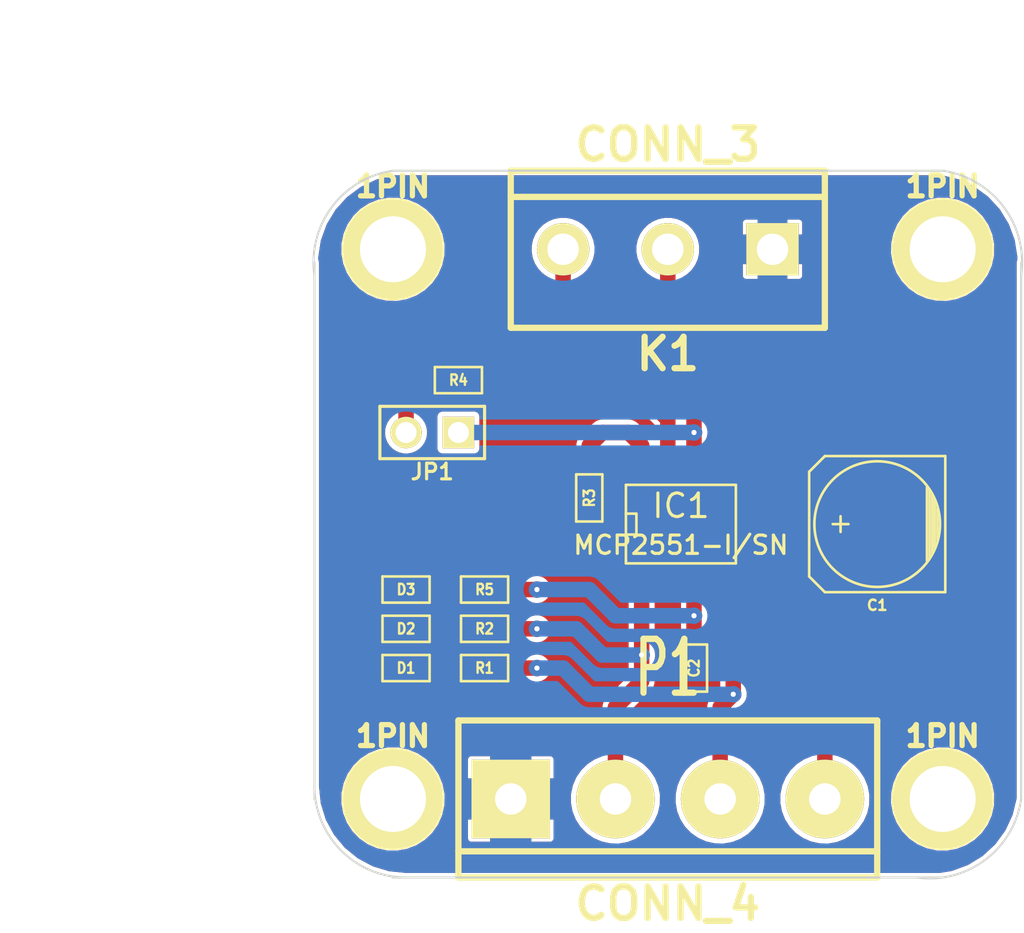
<source format=kicad_pcb>
(kicad_pcb (version 3) (host pcbnew "(2013-may-18)-stable")

  (general
    (links 25)
    (no_connects 0)
    (area 22.174999 24.2316 59.105001 62.1284)
    (thickness 1.6)
    (drawings 11)
    (tracks 57)
    (zones 0)
    (modules 18)
    (nets 12)
  )

  (page A3)
  (layers
    (15 F.Cu signal)
    (0 B.Cu signal)
    (16 B.Adhes user)
    (17 F.Adhes user)
    (18 B.Paste user)
    (19 F.Paste user)
    (20 B.SilkS user)
    (21 F.SilkS user)
    (22 B.Mask user)
    (23 F.Mask user)
    (24 Dwgs.User user)
    (25 Cmts.User user)
    (26 Eco1.User user)
    (27 Eco2.User user)
    (28 Edge.Cuts user)
  )

  (setup
    (last_trace_width 0.254)
    (user_trace_width 0.254)
    (user_trace_width 0.5)
    (user_trace_width 0.75)
    (user_trace_width 1)
    (trace_clearance 0.254)
    (zone_clearance 0.17)
    (zone_45_only no)
    (trace_min 0.254)
    (segment_width 0.2)
    (edge_width 0.1)
    (via_size 0.889)
    (via_drill 0.635)
    (via_min_size 0.6)
    (via_min_drill 0.2)
    (user_via 0.8 0.25)
    (uvia_size 0.508)
    (uvia_drill 0.127)
    (uvias_allowed no)
    (uvia_min_size 0.508)
    (uvia_min_drill 0.127)
    (pcb_text_width 0.3)
    (pcb_text_size 1.5 1.5)
    (mod_edge_width 0.15)
    (mod_text_size 1 1)
    (mod_text_width 0.15)
    (pad_size 4.5 4.5)
    (pad_drill 3.2)
    (pad_to_mask_clearance 0)
    (aux_axis_origin 0 0)
    (visible_elements FFFFFFBF)
    (pcbplotparams
      (layerselection 3178497)
      (usegerberextensions true)
      (excludeedgelayer true)
      (linewidth 0.150000)
      (plotframeref false)
      (viasonmask false)
      (mode 1)
      (useauxorigin false)
      (hpglpennumber 1)
      (hpglpenspeed 20)
      (hpglpendiameter 15)
      (hpglpenoverlay 2)
      (psnegative false)
      (psa4output false)
      (plotreference true)
      (plotvalue true)
      (plotothertext true)
      (plotinvisibletext false)
      (padsonsilk false)
      (subtractmaskfromsilk false)
      (outputformat 1)
      (mirror false)
      (drillshape 1)
      (scaleselection 1)
      (outputdirectory ""))
  )

  (net 0 "")
  (net 1 +5V)
  (net 2 GND)
  (net 3 N-000001)
  (net 4 N-0000010)
  (net 5 N-0000011)
  (net 6 N-0000012)
  (net 7 N-000004)
  (net 8 N-000005)
  (net 9 N-000006)
  (net 10 N-000008)
  (net 11 N-000009)

  (net_class Default "This is the default net class."
    (clearance 0.254)
    (trace_width 0.254)
    (via_dia 0.889)
    (via_drill 0.635)
    (uvia_dia 0.508)
    (uvia_drill 0.127)
    (add_net "")
    (add_net +5V)
    (add_net GND)
    (add_net N-000001)
    (add_net N-0000010)
    (add_net N-0000011)
    (add_net N-0000012)
    (add_net N-000004)
    (add_net N-000005)
    (add_net N-000006)
    (add_net N-000008)
    (add_net N-000009)
  )

  (module SO8E (layer F.Cu) (tedit 4F33A5C7) (tstamp 5557C90E)
    (at 41.275 43.18)
    (descr "module CMS SOJ 8 pins etroit")
    (tags "CMS SOJ")
    (path /5557C9B9)
    (attr smd)
    (fp_text reference IC1 (at 0 -0.889) (layer F.SilkS)
      (effects (font (size 1.143 1.143) (thickness 0.1524)))
    )
    (fp_text value MCP2551-I/SN (at 0 1.016) (layer F.SilkS)
      (effects (font (size 0.889 0.889) (thickness 0.1524)))
    )
    (fp_line (start -2.667 1.778) (end -2.667 1.905) (layer F.SilkS) (width 0.127))
    (fp_line (start -2.667 1.905) (end 2.667 1.905) (layer F.SilkS) (width 0.127))
    (fp_line (start 2.667 -1.905) (end -2.667 -1.905) (layer F.SilkS) (width 0.127))
    (fp_line (start -2.667 -1.905) (end -2.667 1.778) (layer F.SilkS) (width 0.127))
    (fp_line (start -2.667 -0.508) (end -2.159 -0.508) (layer F.SilkS) (width 0.127))
    (fp_line (start -2.159 -0.508) (end -2.159 0.508) (layer F.SilkS) (width 0.127))
    (fp_line (start -2.159 0.508) (end -2.667 0.508) (layer F.SilkS) (width 0.127))
    (fp_line (start 2.667 -1.905) (end 2.667 1.905) (layer F.SilkS) (width 0.127))
    (pad 8 smd rect (at -1.905 -2.667) (size 0.59944 1.39954)
      (layers F.Cu F.Paste F.Mask)
      (net 8 N-000005)
    )
    (pad 1 smd rect (at -1.905 2.667) (size 0.59944 1.39954)
      (layers F.Cu F.Paste F.Mask)
      (net 6 N-0000012)
    )
    (pad 7 smd rect (at -0.635 -2.667) (size 0.59944 1.39954)
      (layers F.Cu F.Paste F.Mask)
      (net 10 N-000008)
    )
    (pad 6 smd rect (at 0.635 -2.667) (size 0.59944 1.39954)
      (layers F.Cu F.Paste F.Mask)
      (net 9 N-000006)
    )
    (pad 5 smd rect (at 1.905 -2.667) (size 0.59944 1.39954)
      (layers F.Cu F.Paste F.Mask)
    )
    (pad 2 smd rect (at -0.635 2.667) (size 0.59944 1.39954)
      (layers F.Cu F.Paste F.Mask)
      (net 2 GND)
    )
    (pad 3 smd rect (at 0.635 2.667) (size 0.59944 1.39954)
      (layers F.Cu F.Paste F.Mask)
      (net 1 +5V)
    )
    (pad 4 smd rect (at 1.905 2.667) (size 0.59944 1.39954)
      (layers F.Cu F.Paste F.Mask)
      (net 5 N-0000011)
    )
    (model smd/cms_so8.wrl
      (at (xyz 0 0 0))
      (scale (xyz 0.5 0.32 0.5))
      (rotate (xyz 0 0 0))
    )
  )

  (module SM0603 (layer F.Cu) (tedit 5557D53E) (tstamp 5557C918)
    (at 36.83 41.91 270)
    (path /5557C097)
    (attr smd)
    (fp_text reference R3 (at 0 0 270) (layer F.SilkS)
      (effects (font (size 0.508 0.4572) (thickness 0.1143)))
    )
    (fp_text value 120 (at 0 0 270) (layer F.SilkS) hide
      (effects (font (size 0.508 0.4572) (thickness 0.1143)))
    )
    (fp_line (start -1.143 -0.635) (end 1.143 -0.635) (layer F.SilkS) (width 0.127))
    (fp_line (start 1.143 -0.635) (end 1.143 0.635) (layer F.SilkS) (width 0.127))
    (fp_line (start 1.143 0.635) (end -1.143 0.635) (layer F.SilkS) (width 0.127))
    (fp_line (start -1.143 0.635) (end -1.143 -0.635) (layer F.SilkS) (width 0.127))
    (pad 1 smd rect (at -0.762 0 270) (size 0.635 1.143)
      (layers F.Cu F.Paste F.Mask)
      (net 8 N-000005)
    )
    (pad 2 smd rect (at 0.762 0 270) (size 0.635 1.143)
      (layers F.Cu F.Paste F.Mask)
      (net 2 GND)
    )
    (model smd\resistors\R0603.wrl
      (at (xyz 0 0 0.001))
      (scale (xyz 0.5 0.5 0.5))
      (rotate (xyz 0 0 0))
    )
  )

  (module SM0603 (layer F.Cu) (tedit 5557CA49) (tstamp 5557C922)
    (at 31.75 48.26 180)
    (path /5557C0BD)
    (attr smd)
    (fp_text reference R2 (at 0 0 180) (layer F.SilkS)
      (effects (font (size 0.508 0.4572) (thickness 0.1143)))
    )
    (fp_text value 1k (at 0 0 180) (layer F.SilkS) hide
      (effects (font (size 0.508 0.4572) (thickness 0.1143)))
    )
    (fp_line (start -1.143 -0.635) (end 1.143 -0.635) (layer F.SilkS) (width 0.127))
    (fp_line (start 1.143 -0.635) (end 1.143 0.635) (layer F.SilkS) (width 0.127))
    (fp_line (start 1.143 0.635) (end -1.143 0.635) (layer F.SilkS) (width 0.127))
    (fp_line (start -1.143 0.635) (end -1.143 -0.635) (layer F.SilkS) (width 0.127))
    (pad 1 smd rect (at -0.762 0 180) (size 0.635 1.143)
      (layers F.Cu F.Paste F.Mask)
      (net 6 N-0000012)
    )
    (pad 2 smd rect (at 0.762 0 180) (size 0.635 1.143)
      (layers F.Cu F.Paste F.Mask)
      (net 4 N-0000010)
    )
    (model smd\resistors\R0603.wrl
      (at (xyz 0 0 0.001))
      (scale (xyz 0.5 0.5 0.5))
      (rotate (xyz 0 0 0))
    )
  )

  (module SM0603 (layer F.Cu) (tedit 4E43A3D1) (tstamp 5557C92C)
    (at 27.94 50.165)
    (path /5557C0EA)
    (attr smd)
    (fp_text reference D1 (at 0 0) (layer F.SilkS)
      (effects (font (size 0.508 0.4572) (thickness 0.1143)))
    )
    (fp_text value LED (at 0 0) (layer F.SilkS) hide
      (effects (font (size 0.508 0.4572) (thickness 0.1143)))
    )
    (fp_line (start -1.143 -0.635) (end 1.143 -0.635) (layer F.SilkS) (width 0.127))
    (fp_line (start 1.143 -0.635) (end 1.143 0.635) (layer F.SilkS) (width 0.127))
    (fp_line (start 1.143 0.635) (end -1.143 0.635) (layer F.SilkS) (width 0.127))
    (fp_line (start -1.143 0.635) (end -1.143 -0.635) (layer F.SilkS) (width 0.127))
    (pad 1 smd rect (at -0.762 0) (size 0.635 1.143)
      (layers F.Cu F.Paste F.Mask)
      (net 2 GND)
    )
    (pad 2 smd rect (at 0.762 0) (size 0.635 1.143)
      (layers F.Cu F.Paste F.Mask)
      (net 11 N-000009)
    )
    (model smd\resistors\R0603.wrl
      (at (xyz 0 0 0.001))
      (scale (xyz 0.5 0.5 0.5))
      (rotate (xyz 0 0 0))
    )
  )

  (module SM0603 (layer F.Cu) (tedit 4E43A3D1) (tstamp 5557C936)
    (at 27.94 48.26)
    (path /5557C0F9)
    (attr smd)
    (fp_text reference D2 (at 0 0) (layer F.SilkS)
      (effects (font (size 0.508 0.4572) (thickness 0.1143)))
    )
    (fp_text value LED (at 0 0) (layer F.SilkS) hide
      (effects (font (size 0.508 0.4572) (thickness 0.1143)))
    )
    (fp_line (start -1.143 -0.635) (end 1.143 -0.635) (layer F.SilkS) (width 0.127))
    (fp_line (start 1.143 -0.635) (end 1.143 0.635) (layer F.SilkS) (width 0.127))
    (fp_line (start 1.143 0.635) (end -1.143 0.635) (layer F.SilkS) (width 0.127))
    (fp_line (start -1.143 0.635) (end -1.143 -0.635) (layer F.SilkS) (width 0.127))
    (pad 1 smd rect (at -0.762 0) (size 0.635 1.143)
      (layers F.Cu F.Paste F.Mask)
      (net 2 GND)
    )
    (pad 2 smd rect (at 0.762 0) (size 0.635 1.143)
      (layers F.Cu F.Paste F.Mask)
      (net 4 N-0000010)
    )
    (model smd\resistors\R0603.wrl
      (at (xyz 0 0 0.001))
      (scale (xyz 0.5 0.5 0.5))
      (rotate (xyz 0 0 0))
    )
  )

  (module SM0603 (layer F.Cu) (tedit 5557D49B) (tstamp 5557C940)
    (at 30.48 36.195)
    (path /5557C303)
    (attr smd)
    (fp_text reference R4 (at 0 0) (layer F.SilkS)
      (effects (font (size 0.508 0.4572) (thickness 0.1143)))
    )
    (fp_text value 60 (at 0 0) (layer F.SilkS) hide
      (effects (font (size 0.508 0.4572) (thickness 0.1143)))
    )
    (fp_line (start -1.143 -0.635) (end 1.143 -0.635) (layer F.SilkS) (width 0.127))
    (fp_line (start 1.143 -0.635) (end 1.143 0.635) (layer F.SilkS) (width 0.127))
    (fp_line (start 1.143 0.635) (end -1.143 0.635) (layer F.SilkS) (width 0.127))
    (fp_line (start -1.143 0.635) (end -1.143 -0.635) (layer F.SilkS) (width 0.127))
    (pad 1 smd rect (at -0.762 0) (size 0.635 1.143)
      (layers F.Cu F.Paste F.Mask)
      (net 7 N-000004)
    )
    (pad 2 smd rect (at 0.762 0) (size 0.635 1.143)
      (layers F.Cu F.Paste F.Mask)
      (net 10 N-000008)
    )
    (model smd\resistors\R0603.wrl
      (at (xyz 0 0 0.001))
      (scale (xyz 0.5 0.5 0.5))
      (rotate (xyz 0 0 0))
    )
  )

  (module SM0603 (layer F.Cu) (tedit 5557D584) (tstamp 5557C94A)
    (at 41.91 50.165 270)
    (path /5557C4B0)
    (attr smd)
    (fp_text reference C2 (at 0 0 270) (layer F.SilkS)
      (effects (font (size 0.508 0.4572) (thickness 0.1143)))
    )
    (fp_text value 100nF (at 0 0 270) (layer F.SilkS) hide
      (effects (font (size 0.508 0.4572) (thickness 0.1143)))
    )
    (fp_line (start -1.143 -0.635) (end 1.143 -0.635) (layer F.SilkS) (width 0.127))
    (fp_line (start 1.143 -0.635) (end 1.143 0.635) (layer F.SilkS) (width 0.127))
    (fp_line (start 1.143 0.635) (end -1.143 0.635) (layer F.SilkS) (width 0.127))
    (fp_line (start -1.143 0.635) (end -1.143 -0.635) (layer F.SilkS) (width 0.127))
    (pad 1 smd rect (at -0.762 0 270) (size 0.635 1.143)
      (layers F.Cu F.Paste F.Mask)
      (net 1 +5V)
    )
    (pad 2 smd rect (at 0.762 0 270) (size 0.635 1.143)
      (layers F.Cu F.Paste F.Mask)
      (net 2 GND)
    )
    (model smd\resistors\R0603.wrl
      (at (xyz 0 0 0.001))
      (scale (xyz 0.5 0.5 0.5))
      (rotate (xyz 0 0 0))
    )
  )

  (module SM0603 (layer F.Cu) (tedit 4E43A3D1) (tstamp 5557C954)
    (at 31.75 46.355 180)
    (path /5557C4DD)
    (attr smd)
    (fp_text reference R5 (at 0 0 180) (layer F.SilkS)
      (effects (font (size 0.508 0.4572) (thickness 0.1143)))
    )
    (fp_text value 1k (at 0 0 180) (layer F.SilkS) hide
      (effects (font (size 0.508 0.4572) (thickness 0.1143)))
    )
    (fp_line (start -1.143 -0.635) (end 1.143 -0.635) (layer F.SilkS) (width 0.127))
    (fp_line (start 1.143 -0.635) (end 1.143 0.635) (layer F.SilkS) (width 0.127))
    (fp_line (start 1.143 0.635) (end -1.143 0.635) (layer F.SilkS) (width 0.127))
    (fp_line (start -1.143 0.635) (end -1.143 -0.635) (layer F.SilkS) (width 0.127))
    (pad 1 smd rect (at -0.762 0 180) (size 0.635 1.143)
      (layers F.Cu F.Paste F.Mask)
      (net 1 +5V)
    )
    (pad 2 smd rect (at 0.762 0 180) (size 0.635 1.143)
      (layers F.Cu F.Paste F.Mask)
      (net 3 N-000001)
    )
    (model smd\resistors\R0603.wrl
      (at (xyz 0 0 0.001))
      (scale (xyz 0.5 0.5 0.5))
      (rotate (xyz 0 0 0))
    )
  )

  (module SM0603 (layer F.Cu) (tedit 5557CAB9) (tstamp 5557C95E)
    (at 27.94 46.355 180)
    (path /5557C4EC)
    (attr smd)
    (fp_text reference D3 (at 0 0 180) (layer F.SilkS)
      (effects (font (size 0.508 0.4572) (thickness 0.1143)))
    )
    (fp_text value LED (at 0 0 180) (layer F.SilkS) hide
      (effects (font (size 0.508 0.4572) (thickness 0.1143)))
    )
    (fp_line (start -1.143 -0.635) (end 1.143 -0.635) (layer F.SilkS) (width 0.127))
    (fp_line (start 1.143 -0.635) (end 1.143 0.635) (layer F.SilkS) (width 0.127))
    (fp_line (start 1.143 0.635) (end -1.143 0.635) (layer F.SilkS) (width 0.127))
    (fp_line (start -1.143 0.635) (end -1.143 -0.635) (layer F.SilkS) (width 0.127))
    (pad 1 smd rect (at -0.762 0 180) (size 0.635 1.143)
      (layers F.Cu F.Paste F.Mask)
      (net 3 N-000001)
    )
    (pad 2 smd rect (at 0.762 0 180) (size 0.635 1.143)
      (layers F.Cu F.Paste F.Mask)
      (net 2 GND)
    )
    (model smd\resistors\R0603.wrl
      (at (xyz 0 0 0.001))
      (scale (xyz 0.5 0.5 0.5))
      (rotate (xyz 0 0 0))
    )
  )

  (module PIN_ARRAY_2X1 (layer F.Cu) (tedit 4565C520) (tstamp 5557C968)
    (at 29.21 38.735 180)
    (descr "Connecteurs 2 pins")
    (tags "CONN DEV")
    (path /5557C31C)
    (fp_text reference JP1 (at 0 -1.905 180) (layer F.SilkS)
      (effects (font (size 0.762 0.762) (thickness 0.1524)))
    )
    (fp_text value JUMPER (at 0 -1.905 180) (layer F.SilkS) hide
      (effects (font (size 0.762 0.762) (thickness 0.1524)))
    )
    (fp_line (start -2.54 1.27) (end -2.54 -1.27) (layer F.SilkS) (width 0.1524))
    (fp_line (start -2.54 -1.27) (end 2.54 -1.27) (layer F.SilkS) (width 0.1524))
    (fp_line (start 2.54 -1.27) (end 2.54 1.27) (layer F.SilkS) (width 0.1524))
    (fp_line (start 2.54 1.27) (end -2.54 1.27) (layer F.SilkS) (width 0.1524))
    (pad 1 thru_hole rect (at -1.27 0 180) (size 1.524 1.524) (drill 1.016)
      (layers *.Cu *.Mask F.SilkS)
      (net 9 N-000006)
    )
    (pad 2 thru_hole circle (at 1.27 0 180) (size 1.524 1.524) (drill 1.016)
      (layers *.Cu *.Mask F.SilkS)
      (net 7 N-000004)
    )
    (model pin_array/pins_array_2x1.wrl
      (at (xyz 0 0 0))
      (scale (xyz 1 1 1))
      (rotate (xyz 0 0 0))
    )
  )

  (module c_elec_6.3x5.8 (layer F.Cu) (tedit 49F5C09D) (tstamp 5557C97C)
    (at 50.8 43.18 180)
    (descr "SMT capacitor, aluminium electrolytic, 6.3x5.8")
    (path /5557C4CE)
    (fp_text reference C1 (at 0 -3.937 180) (layer F.SilkS)
      (effects (font (size 0.50038 0.50038) (thickness 0.11938)))
    )
    (fp_text value 47uF (at 0 3.81 180) (layer F.SilkS) hide
      (effects (font (size 0.50038 0.50038) (thickness 0.11938)))
    )
    (fp_line (start -2.921 -0.762) (end -2.921 0.762) (layer F.SilkS) (width 0.127))
    (fp_line (start -2.794 1.143) (end -2.794 -1.143) (layer F.SilkS) (width 0.127))
    (fp_line (start -2.667 -1.397) (end -2.667 1.397) (layer F.SilkS) (width 0.127))
    (fp_line (start -2.54 1.651) (end -2.54 -1.651) (layer F.SilkS) (width 0.127))
    (fp_line (start -2.413 -1.778) (end -2.413 1.778) (layer F.SilkS) (width 0.127))
    (fp_circle (center 0 0) (end -3.048 0) (layer F.SilkS) (width 0.127))
    (fp_line (start -3.302 -3.302) (end -3.302 3.302) (layer F.SilkS) (width 0.127))
    (fp_line (start -3.302 3.302) (end 2.54 3.302) (layer F.SilkS) (width 0.127))
    (fp_line (start 2.54 3.302) (end 3.302 2.54) (layer F.SilkS) (width 0.127))
    (fp_line (start 3.302 2.54) (end 3.302 -2.54) (layer F.SilkS) (width 0.127))
    (fp_line (start 3.302 -2.54) (end 2.54 -3.302) (layer F.SilkS) (width 0.127))
    (fp_line (start 2.54 -3.302) (end -3.302 -3.302) (layer F.SilkS) (width 0.127))
    (fp_line (start 2.159 0) (end 1.397 0) (layer F.SilkS) (width 0.127))
    (fp_line (start 1.778 -0.381) (end 1.778 0.381) (layer F.SilkS) (width 0.127))
    (pad 1 smd rect (at 2.75082 0 180) (size 3.59918 1.6002)
      (layers F.Cu F.Paste F.Mask)
      (net 1 +5V)
    )
    (pad 2 smd rect (at -2.75082 0 180) (size 3.59918 1.6002)
      (layers F.Cu F.Paste F.Mask)
      (net 2 GND)
    )
    (model smd/capacitors/c_elec_6_3x5_8.wrl
      (at (xyz 0 0 0))
      (scale (xyz 1 1 1))
      (rotate (xyz 0 0 0))
    )
  )

  (module bornier4 (layer F.Cu) (tedit 3EC0ED29) (tstamp 5557C989)
    (at 40.64 56.515)
    (descr "Bornier d'alimentation 4 pins")
    (tags DEV)
    (path /5557C144)
    (fp_text reference P1 (at 0 -6.35) (layer F.SilkS)
      (effects (font (size 2.6162 1.59766) (thickness 0.3048)))
    )
    (fp_text value CONN_4 (at 0 5.08) (layer F.SilkS)
      (effects (font (size 1.524 1.524) (thickness 0.3048)))
    )
    (fp_line (start -10.16 -3.81) (end -10.16 3.81) (layer F.SilkS) (width 0.3048))
    (fp_line (start 10.16 3.81) (end 10.16 -3.81) (layer F.SilkS) (width 0.3048))
    (fp_line (start 10.16 2.54) (end -10.16 2.54) (layer F.SilkS) (width 0.3048))
    (fp_line (start -10.16 -3.81) (end 10.16 -3.81) (layer F.SilkS) (width 0.3048))
    (fp_line (start -10.16 3.81) (end 10.16 3.81) (layer F.SilkS) (width 0.3048))
    (pad 2 thru_hole circle (at -2.54 0) (size 3.81 3.81) (drill 1.524)
      (layers *.Cu *.Mask F.SilkS)
      (net 6 N-0000012)
    )
    (pad 3 thru_hole circle (at 2.54 0) (size 3.81 3.81) (drill 1.524)
      (layers *.Cu *.Mask F.SilkS)
      (net 5 N-0000011)
    )
    (pad 1 thru_hole rect (at -7.62 0) (size 3.81 3.81) (drill 1.524)
      (layers *.Cu *.Mask F.SilkS)
      (net 2 GND)
    )
    (pad 4 thru_hole circle (at 7.62 0) (size 3.81 3.81) (drill 1.524)
      (layers *.Cu *.Mask F.SilkS)
      (net 1 +5V)
    )
    (model device/bornier_4.wrl
      (at (xyz 0 0 0))
      (scale (xyz 1 1 1))
      (rotate (xyz 0 0 0))
    )
  )

  (module bornier3 (layer F.Cu) (tedit 3EC0ECFA) (tstamp 5557C995)
    (at 40.64 29.845 180)
    (descr "Bornier d'alimentation 3 pins")
    (tags DEV)
    (path /5557C2A1)
    (fp_text reference K1 (at 0 -5.08 180) (layer F.SilkS)
      (effects (font (size 1.524 1.524) (thickness 0.3048)))
    )
    (fp_text value CONN_3 (at 0 5.08 180) (layer F.SilkS)
      (effects (font (size 1.524 1.524) (thickness 0.3048)))
    )
    (fp_line (start -7.62 3.81) (end -7.62 -3.81) (layer F.SilkS) (width 0.3048))
    (fp_line (start 7.62 3.81) (end 7.62 -3.81) (layer F.SilkS) (width 0.3048))
    (fp_line (start -7.62 2.54) (end 7.62 2.54) (layer F.SilkS) (width 0.3048))
    (fp_line (start -7.62 -3.81) (end 7.62 -3.81) (layer F.SilkS) (width 0.3048))
    (fp_line (start -7.62 3.81) (end 7.62 3.81) (layer F.SilkS) (width 0.3048))
    (pad 1 thru_hole rect (at -5.08 0 180) (size 2.54 2.54) (drill 1.524)
      (layers *.Cu *.Mask F.SilkS)
      (net 2 GND)
    )
    (pad 2 thru_hole circle (at 0 0 180) (size 2.54 2.54) (drill 1.524)
      (layers *.Cu *.Mask F.SilkS)
      (net 9 N-000006)
    )
    (pad 3 thru_hole circle (at 5.08 0 180) (size 2.54 2.54) (drill 1.524)
      (layers *.Cu *.Mask F.SilkS)
      (net 10 N-000008)
    )
    (model device/bornier_3.wrl
      (at (xyz 0 0 0))
      (scale (xyz 1 1 1))
      (rotate (xyz 0 0 0))
    )
  )

  (module SM0603 (layer F.Cu) (tedit 5557CA3E) (tstamp 5557C8FA)
    (at 31.75 50.165 180)
    (path /5557C0CC)
    (attr smd)
    (fp_text reference R1 (at 0 0 180) (layer F.SilkS)
      (effects (font (size 0.508 0.4572) (thickness 0.1143)))
    )
    (fp_text value 1k (at 0 0 180) (layer F.SilkS) hide
      (effects (font (size 0.508 0.4572) (thickness 0.1143)))
    )
    (fp_line (start -1.143 -0.635) (end 1.143 -0.635) (layer F.SilkS) (width 0.127))
    (fp_line (start 1.143 -0.635) (end 1.143 0.635) (layer F.SilkS) (width 0.127))
    (fp_line (start 1.143 0.635) (end -1.143 0.635) (layer F.SilkS) (width 0.127))
    (fp_line (start -1.143 0.635) (end -1.143 -0.635) (layer F.SilkS) (width 0.127))
    (pad 1 smd rect (at -0.762 0 180) (size 0.635 1.143)
      (layers F.Cu F.Paste F.Mask)
      (net 5 N-0000011)
    )
    (pad 2 smd rect (at 0.762 0 180) (size 0.635 1.143)
      (layers F.Cu F.Paste F.Mask)
      (net 11 N-000009)
    )
    (model smd\resistors\R0603.wrl
      (at (xyz 0 0 0.001))
      (scale (xyz 0.5 0.5 0.5))
      (rotate (xyz 0 0 0))
    )
  )

  (module 1pin (layer F.Cu) (tedit 5557D331) (tstamp 5557D31C)
    (at 53.975 56.515)
    (descr "module 1 pin (ou trou mecanique de percage)")
    (tags DEV)
    (path 1pin)
    (fp_text reference 1PIN (at 0 -3.048) (layer F.SilkS)
      (effects (font (size 1.016 1.016) (thickness 0.254)))
    )
    (fp_text value P*** (at 0 2.794) (layer F.SilkS) hide
      (effects (font (size 1.016 1.016) (thickness 0.254)))
    )
    (fp_circle (center 0 0) (end 0 -2.286) (layer F.SilkS) (width 0.381))
    (pad 1 thru_hole circle (at 0 0) (size 4.5 4.5) (drill 3.2)
      (layers *.Cu *.Mask F.SilkS)
    )
  )

  (module 1pin (layer F.Cu) (tedit 5557D33B) (tstamp 5557D327)
    (at 27.305 56.515)
    (descr "module 1 pin (ou trou mecanique de percage)")
    (tags DEV)
    (path 1pin)
    (fp_text reference 1PIN (at 0 -3.048) (layer F.SilkS)
      (effects (font (size 1.016 1.016) (thickness 0.254)))
    )
    (fp_text value P*** (at 0 2.794) (layer F.SilkS) hide
      (effects (font (size 1.016 1.016) (thickness 0.254)))
    )
    (fp_circle (center 0 0) (end 0 -2.286) (layer F.SilkS) (width 0.381))
    (pad 1 thru_hole circle (at 0 0) (size 4.5 4.5) (drill 3.2)
      (layers *.Cu *.Mask F.SilkS)
    )
  )

  (module 1pin (layer F.Cu) (tedit 5557D357) (tstamp 555A68BB)
    (at 53.975 29.845)
    (descr "module 1 pin (ou trou mecanique de percage)")
    (tags DEV)
    (path 1pin)
    (fp_text reference 1PIN (at 0 -3.048) (layer F.SilkS)
      (effects (font (size 1.016 1.016) (thickness 0.254)))
    )
    (fp_text value P*** (at 0 2.794) (layer F.SilkS) hide
      (effects (font (size 1.016 1.016) (thickness 0.254)))
    )
    (fp_circle (center 0 0) (end 0 -2.286) (layer F.SilkS) (width 0.381))
    (pad 1 thru_hole circle (at 0 0) (size 4.5 4.5) (drill 3.2)
      (layers *.Cu *.Mask F.SilkS)
    )
  )

  (module 1pin (layer F.Cu) (tedit 5557D354) (tstamp 5557D351)
    (at 27.305 29.845)
    (descr "module 1 pin (ou trou mecanique de percage)")
    (tags DEV)
    (path 1pin)
    (fp_text reference 1PIN (at 0 -3.048) (layer F.SilkS)
      (effects (font (size 1.016 1.016) (thickness 0.254)))
    )
    (fp_text value P*** (at 0 2.794) (layer F.SilkS) hide
      (effects (font (size 1.016 1.016) (thickness 0.254)))
    )
    (fp_circle (center 0 0) (end 0 -2.286) (layer F.SilkS) (width 0.381))
    (pad 1 thru_hole circle (at 0 0) (size 4.5 4.5) (drill 3.2)
      (layers *.Cu *.Mask F.SilkS)
    )
  )

  (gr_line (start 27.305 26.035) (end 53.975 26.035) (angle 90) (layer Edge.Cuts) (width 0.1))
  (gr_line (start 23.495 56.515) (end 23.495 30.48) (angle 90) (layer Edge.Cuts) (width 0.1))
  (gr_line (start 53.975 60.325) (end 27.305 60.325) (angle 90) (layer Edge.Cuts) (width 0.1))
  (gr_line (start 57.785 56.515) (end 57.785 30.48) (angle 90) (layer Edge.Cuts) (width 0.1))
  (gr_arc (start 27.94 55.88) (end 27.94 60.325) (angle 90) (layer Edge.Cuts) (width 0.1))
  (gr_arc (start 53.34 55.88) (end 57.785 56.515) (angle 90) (layer Edge.Cuts) (width 0.1))
  (gr_arc (start 53.34 30.48) (end 53.975 26.035) (angle 90) (layer Edge.Cuts) (width 0.1))
  (gr_arc (start 27.94 30.48) (end 23.495 31.115) (angle 90) (layer Edge.Cuts) (width 0.1))
  (dimension 34.29 (width 0.3) (layer Cmts.User)
    (gr_text "34.290 mm" (at 40.64 19.605001) (layer Cmts.User)
      (effects (font (size 1.5 1.5) (thickness 0.3)))
    )
    (feature1 (pts (xy 23.495 24.13) (xy 23.495 18.255001)))
    (feature2 (pts (xy 57.785 24.13) (xy 57.785 18.255001)))
    (crossbar (pts (xy 57.785 20.955001) (xy 23.495 20.955001)))
    (arrow1a (pts (xy 23.495 20.955001) (xy 24.621503 20.368581)))
    (arrow1b (pts (xy 23.495 20.955001) (xy 24.621503 21.541421)))
    (arrow2a (pts (xy 57.785 20.955001) (xy 56.658497 20.368581)))
    (arrow2b (pts (xy 57.785 20.955001) (xy 56.658497 21.541421)))
  )
  (dimension 34.29 (width 0.3) (layer Cmts.User)
    (gr_text "34.290 mm" (at 14.525001 43.18 270) (layer Cmts.User)
      (effects (font (size 1.5 1.5) (thickness 0.3)))
    )
    (feature1 (pts (xy 20.32 60.325) (xy 13.175001 60.325)))
    (feature2 (pts (xy 20.32 26.035) (xy 13.175001 26.035)))
    (crossbar (pts (xy 15.875001 26.035) (xy 15.875001 60.325)))
    (arrow1a (pts (xy 15.875001 60.325) (xy 15.288581 59.198497)))
    (arrow1b (pts (xy 15.875001 60.325) (xy 16.461421 59.198497)))
    (arrow2a (pts (xy 15.875001 26.035) (xy 15.288581 27.161503)))
    (arrow2b (pts (xy 15.875001 26.035) (xy 16.461421 27.161503)))
  )
  (gr_line (start 53.975 60.325) (end 27.305 60.325) (angle 90) (layer Edge.Cuts) (width 0.1))

  (via (at 34.29 46.355) (size 0.8) (drill 0.25) (layers F.Cu B.Cu) (net 1))
  (segment (start 41.91 47.625) (end 38.1 47.625) (width 0.75) (layer B.Cu) (net 1) (tstamp 5557D62D))
  (segment (start 38.1 47.625) (end 36.83 46.355) (width 0.75) (layer B.Cu) (net 1) (tstamp 5557D62E))
  (segment (start 34.29 46.355) (end 36.83 46.355) (width 0.75) (layer B.Cu) (net 1) (tstamp 5557D62F))
  (via (at 41.91 47.625) (size 0.8) (drill 0.25) (layers F.Cu B.Cu) (net 1))
  (segment (start 34.29 46.355) (end 32.512 46.355) (width 0.75) (layer F.Cu) (net 1) (tstamp 5557D633))
  (segment (start 48.04918 43.18) (end 42.545 43.18) (width 0.75) (layer F.Cu) (net 1))
  (segment (start 41.91 43.815) (end 41.91 45.847) (width 0.75) (layer F.Cu) (net 1) (tstamp 5557D614))
  (segment (start 42.545 43.18) (end 41.91 43.815) (width 0.75) (layer F.Cu) (net 1) (tstamp 5557D613))
  (segment (start 48.26 55.88) (end 48.26 43.39082) (width 0.75) (layer F.Cu) (net 1))
  (segment (start 48.26 43.39082) (end 48.04918 43.18) (width 0.75) (layer F.Cu) (net 1) (tstamp 5557D610))
  (segment (start 41.91 49.403) (end 41.91 47.625) (width 0.75) (layer F.Cu) (net 1) (status 10))
  (segment (start 41.91 47.625) (end 41.91 45.847) (width 0.75) (layer F.Cu) (net 1) (tstamp 5557D62A) (status 10))
  (segment (start 28.702 46.355) (end 30.988 46.355) (width 0.75) (layer F.Cu) (net 3) (status 20))
  (segment (start 28.702 48.26) (end 30.988 48.26) (width 0.75) (layer F.Cu) (net 4) (status 20))
  (segment (start 35.56 50.165) (end 36.83 51.435) (width 0.75) (layer B.Cu) (net 5))
  (via (at 34.29 50.165) (size 0.8) (drill 0.25) (layers F.Cu B.Cu) (net 5))
  (segment (start 34.29 50.165) (end 35.56 50.165) (width 0.75) (layer B.Cu) (net 5) (tstamp 5557D64D))
  (segment (start 32.512 50.165) (end 34.29 50.165) (width 0.75) (layer F.Cu) (net 5))
  (via (at 43.815 51.435) (size 0.8) (drill 0.25) (layers F.Cu B.Cu) (net 5))
  (segment (start 36.83 51.435) (end 43.815 51.435) (width 0.75) (layer B.Cu) (net 5) (tstamp 5557D650))
  (segment (start 43.18 55.88) (end 43.18 52.07) (width 0.75) (layer F.Cu) (net 5))
  (segment (start 43.815 51.435) (end 43.18 52.07) (width 0.75) (layer F.Cu) (net 5) (tstamp 5557D5C8))
  (segment (start 43.18 46.99) (end 43.18 45.847) (width 0.75) (layer F.Cu) (net 5))
  (segment (start 43.18 46.99) (end 43.815 47.625) (width 0.75) (layer F.Cu) (net 5) (tstamp 5557D5C5))
  (segment (start 43.815 47.625) (end 43.815 51.435) (width 0.75) (layer F.Cu) (net 5))
  (segment (start 32.512 48.26) (end 34.29 48.26) (width 0.75) (layer F.Cu) (net 6))
  (via (at 39.37 49.53) (size 0.8) (drill 0.25) (layers F.Cu B.Cu) (net 6))
  (segment (start 37.465 49.53) (end 39.37 49.53) (width 0.75) (layer B.Cu) (net 6) (tstamp 5557D63A))
  (segment (start 36.195 48.26) (end 37.465 49.53) (width 0.75) (layer B.Cu) (net 6) (tstamp 5557D639))
  (segment (start 34.29 48.26) (end 36.195 48.26) (width 0.75) (layer B.Cu) (net 6) (tstamp 5557D638))
  (via (at 34.29 48.26) (size 0.8) (drill 0.25) (layers F.Cu B.Cu) (net 6))
  (segment (start 39.37 45.847) (end 39.37 49.53) (width 0.75) (layer F.Cu) (net 6))
  (segment (start 39.37 49.53) (end 39.37 50.8) (width 0.75) (layer F.Cu) (net 6) (tstamp 5557D63F))
  (segment (start 38.1 52.07) (end 38.1 55.88) (width 0.75) (layer F.Cu) (net 6) (tstamp 5557D5AB))
  (segment (start 39.37 50.8) (end 38.1 52.07) (width 0.75) (layer F.Cu) (net 6) (tstamp 5557D5AA))
  (segment (start 27.94 38.735) (end 27.94 36.83) (width 0.75) (layer F.Cu) (net 7))
  (segment (start 28.575 36.195) (end 29.718 36.195) (width 0.75) (layer F.Cu) (net 7) (tstamp 5557D599))
  (segment (start 27.94 36.83) (end 28.575 36.195) (width 0.75) (layer F.Cu) (net 7) (tstamp 5557D598))
  (segment (start 38.735 38.735) (end 37.465 38.735) (width 0.75) (layer F.Cu) (net 8))
  (segment (start 36.83 39.37) (end 37.465 38.735) (width 0.75) (layer F.Cu) (net 8) (tstamp 5557D585))
  (segment (start 36.83 41.148) (end 36.83 39.37) (width 0.75) (layer F.Cu) (net 8))
  (segment (start 39.37 39.37) (end 38.735 38.735) (width 0.75) (layer F.Cu) (net 8) (tstamp 5557D588))
  (segment (start 39.37 39.37) (end 39.37 40.513) (width 0.75) (layer F.Cu) (net 8))
  (via (at 30.48 38.735) (size 0.8) (drill 0.25) (layers F.Cu B.Cu) (net 9))
  (segment (start 30.48 38.735) (end 41.91 38.735) (width 0.75) (layer B.Cu) (net 9) (tstamp 5557D59D))
  (via (at 41.91 38.735) (size 0.8) (drill 0.25) (layers F.Cu B.Cu) (net 9))
  (segment (start 41.91 40.513) (end 41.91 38.735) (width 0.75) (layer F.Cu) (net 9))
  (segment (start 41.91 38.735) (end 41.91 35.56) (width 0.75) (layer F.Cu) (net 9) (tstamp 5557D2B3))
  (segment (start 40.64 34.29) (end 40.64 29.845) (width 0.75) (layer F.Cu) (net 9) (tstamp 5557D2AA) (status 20))
  (segment (start 41.91 35.56) (end 40.64 34.29) (width 0.75) (layer F.Cu) (net 9) (tstamp 5557D2A9))
  (segment (start 35.56 36.195) (end 35.56 29.845) (width 0.75) (layer F.Cu) (net 10) (status 20))
  (segment (start 40.64 40.513) (end 40.64 38.1) (width 0.75) (layer F.Cu) (net 10))
  (segment (start 38.735 36.195) (end 40.64 38.1) (width 0.75) (layer F.Cu) (net 10) (tstamp 5557D58F))
  (segment (start 38.735 36.195) (end 35.56 36.195) (width 0.75) (layer F.Cu) (net 10))
  (segment (start 35.56 36.195) (end 31.242 36.195) (width 0.75) (layer F.Cu) (net 10) (tstamp 5557D594))
  (segment (start 28.702 50.165) (end 30.988 50.165) (width 0.75) (layer F.Cu) (net 11) (status 20))

  (zone (net 2) (net_name GND) (layer F.Cu) (tstamp 555A673B) (hatch edge 0.508)
    (connect_pads (clearance 0.17))
    (min_thickness 0.17)
    (fill (arc_segments 32) (thermal_gap 0.17) (thermal_bridge_width 2))
    (polygon
      (pts
        (xy 23.495 26.035) (xy 57.785 26.035) (xy 57.785 60.325) (xy 23.495 60.325)
      )
    )
    (filled_polygon
      (pts
        (xy 57.515717 30.222236) (xy 57.5111 30.348139) (xy 57.504664 30.359848) (xy 57.486665 30.416587) (xy 57.48003 30.475742)
        (xy 57.48 30.48) (xy 57.48 56.476415) (xy 57.288329 57.262682) (xy 56.94457 58.003248) (xy 56.564111 58.524987)
        (xy 56.564111 56.261135) (xy 56.564111 29.591135) (xy 56.465493 29.093076) (xy 56.272012 28.623657) (xy 55.991039 28.200759)
        (xy 55.633276 27.840489) (xy 55.212349 27.55657) (xy 54.744292 27.359818) (xy 54.246934 27.257724) (xy 53.739217 27.25418)
        (xy 53.240481 27.349319) (xy 52.769723 27.539517) (xy 52.344873 27.817531) (xy 51.982115 28.172771) (xy 51.695265 28.591705)
        (xy 51.495249 29.058377) (xy 51.389686 29.555011) (xy 51.382597 30.06269) (xy 51.474252 30.562078) (xy 51.661159 31.034153)
        (xy 51.9362 31.460933) (xy 52.288899 31.826162) (xy 52.70582 32.11593) (xy 53.171084 32.319199) (xy 53.666969 32.428227)
        (xy 54.174587 32.43886) (xy 54.674602 32.350693) (xy 55.14797 32.167086) (xy 55.57666 31.895031) (xy 55.944343 31.544891)
        (xy 56.237015 31.130003) (xy 56.443527 30.666169) (xy 56.556013 30.171058) (xy 56.564111 29.591135) (xy 56.564111 56.261135)
        (xy 56.465493 55.763076) (xy 56.272012 55.293657) (xy 55.991039 54.870759) (xy 55.633276 54.510489) (xy 55.605588 54.491813)
        (xy 55.605588 43.956877) (xy 55.605588 42.403123) (xy 55.605239 42.353116) (xy 55.595184 42.30413) (xy 55.575805 42.258029)
        (xy 55.547841 42.216571) (xy 55.512357 42.181334) (xy 55.470704 42.15366) (xy 55.42447 42.134603) (xy 55.375414 42.12489)
        (xy 54.514365 42.1249) (xy 54.450615 42.18865) (xy 54.450615 42.77995) (xy 55.54166 42.77995) (xy 55.60541 42.7162)
        (xy 55.605588 42.403123) (xy 55.605588 43.956877) (xy 55.60541 43.6438) (xy 55.54166 43.58005) (xy 54.450615 43.58005)
        (xy 54.450615 44.17135) (xy 54.514365 44.2351) (xy 55.375414 44.23511) (xy 55.42447 44.225397) (xy 55.470704 44.20634)
        (xy 55.512357 44.178666) (xy 55.547841 44.143429) (xy 55.575805 44.101971) (xy 55.595184 44.05587) (xy 55.605239 44.006884)
        (xy 55.605588 43.956877) (xy 55.605588 54.491813) (xy 55.212349 54.22657) (xy 54.744292 54.029818) (xy 54.246934 53.927724)
        (xy 53.739217 53.92418) (xy 53.240481 54.019319) (xy 52.769723 54.209517) (xy 52.651025 54.28719) (xy 52.651025 44.17135)
        (xy 52.651025 43.58005) (xy 52.651025 42.77995) (xy 52.651025 42.18865) (xy 52.587275 42.1249) (xy 51.726226 42.12489)
        (xy 51.67717 42.134603) (xy 51.630936 42.15366) (xy 51.589283 42.181334) (xy 51.553799 42.216571) (xy 51.525835 42.258029)
        (xy 51.506456 42.30413) (xy 51.496401 42.353116) (xy 51.496052 42.403123) (xy 51.49623 42.7162) (xy 51.55998 42.77995)
        (xy 52.651025 42.77995) (xy 52.651025 43.58005) (xy 51.55998 43.58005) (xy 51.49623 43.6438) (xy 51.496052 43.956877)
        (xy 51.496401 44.006884) (xy 51.506456 44.05587) (xy 51.525835 44.101971) (xy 51.553799 44.143429) (xy 51.589283 44.178666)
        (xy 51.630936 44.20634) (xy 51.67717 44.225397) (xy 51.726226 44.23511) (xy 52.587275 44.2351) (xy 52.651025 44.17135)
        (xy 52.651025 54.28719) (xy 52.344873 54.487531) (xy 51.982115 54.842771) (xy 51.695265 55.261705) (xy 51.495249 55.728377)
        (xy 51.389686 56.225011) (xy 51.382597 56.73269) (xy 51.474252 57.232078) (xy 51.661159 57.704153) (xy 51.9362 58.130933)
        (xy 52.288899 58.496162) (xy 52.70582 58.78593) (xy 53.171084 58.989199) (xy 53.666969 59.098227) (xy 54.174587 59.10886)
        (xy 54.674602 59.020693) (xy 55.14797 58.837086) (xy 55.57666 58.565031) (xy 55.944343 58.214891) (xy 56.237015 57.800003)
        (xy 56.443527 57.336169) (xy 56.556013 56.841058) (xy 56.564111 56.261135) (xy 56.564111 58.524987) (xy 56.463509 58.662947)
        (xy 55.863475 59.216643) (xy 55.167332 59.64324) (xy 54.401582 59.926499) (xy 53.817839 60.02) (xy 50.504095 60.02)
        (xy 50.504095 56.294965) (xy 50.418619 55.863275) (xy 50.250921 55.456409) (xy 50.007389 55.089864) (xy 49.6973 54.777603)
        (xy 49.332465 54.531518) (xy 48.974 54.380833) (xy 48.974 44.31917) (xy 49.882011 44.319114) (xy 49.947226 44.306201)
        (xy 50.008691 44.280867) (xy 50.064065 44.244077) (xy 50.111238 44.197232) (xy 50.148413 44.142116) (xy 50.174176 44.08083)
        (xy 50.187544 44.015706) (xy 50.188008 43.949227) (xy 50.187784 42.346659) (xy 50.174871 42.281444) (xy 50.149537 42.219979)
        (xy 50.112747 42.164605) (xy 50.065902 42.117432) (xy 50.010786 42.080257) (xy 49.9495 42.054494) (xy 49.884376 42.041126)
        (xy 49.817897 42.040662) (xy 47.245178 42.040822) (xy 47.245178 31.091777) (xy 47.245178 28.598223) (xy 47.244829 28.548216)
        (xy 47.234774 28.49923) (xy 47.215395 28.453129) (xy 47.187431 28.411671) (xy 47.151947 28.376434) (xy 47.110294 28.34876)
        (xy 47.06406 28.329703) (xy 47.015004 28.31999) (xy 46.41875 28.32) (xy 46.355 28.38375) (xy 46.355 29.21)
        (xy 47.18125 29.21) (xy 47.245 29.14625) (xy 47.245178 28.598223) (xy 47.245178 31.091777) (xy 47.245 30.54375)
        (xy 47.18125 30.48) (xy 46.355 30.48) (xy 46.355 31.30625) (xy 46.41875 31.37) (xy 47.015004 31.37001)
        (xy 47.06406 31.360297) (xy 47.110294 31.34124) (xy 47.151947 31.313566) (xy 47.187431 31.278329) (xy 47.215395 31.236871)
        (xy 47.234774 31.19077) (xy 47.244829 31.141784) (xy 47.245178 31.091777) (xy 47.245178 42.040822) (xy 46.216349 42.040886)
        (xy 46.151134 42.053799) (xy 46.089669 42.079133) (xy 46.034295 42.115923) (xy 45.987122 42.162768) (xy 45.949947 42.217884)
        (xy 45.924184 42.27917) (xy 45.910816 42.344294) (xy 45.910352 42.410773) (xy 45.910359 42.466) (xy 45.085 42.466)
        (xy 45.085 31.30625) (xy 45.085 30.48) (xy 45.085 29.21) (xy 45.085 28.38375) (xy 45.02125 28.32)
        (xy 44.424996 28.31999) (xy 44.37594 28.329703) (xy 44.329706 28.34876) (xy 44.288053 28.376434) (xy 44.252569 28.411671)
        (xy 44.224605 28.453129) (xy 44.205226 28.49923) (xy 44.195171 28.548216) (xy 44.194822 28.598223) (xy 44.195 29.14625)
        (xy 44.25875 29.21) (xy 45.085 29.21) (xy 45.085 30.48) (xy 44.25875 30.48) (xy 44.195 30.54375)
        (xy 44.194822 31.091777) (xy 44.195171 31.141784) (xy 44.205226 31.19077) (xy 44.224605 31.236871) (xy 44.252569 31.278329)
        (xy 44.288053 31.313566) (xy 44.329706 31.34124) (xy 44.37594 31.360297) (xy 44.424996 31.37001) (xy 45.02125 31.37)
        (xy 45.085 31.30625) (xy 45.085 42.466) (xy 43.818958 42.466) (xy 43.818958 41.181897) (xy 43.818734 39.779989)
        (xy 43.805821 39.714774) (xy 43.780487 39.653309) (xy 43.743697 39.597935) (xy 43.696852 39.550762) (xy 43.641736 39.513587)
        (xy 43.58045 39.487824) (xy 43.515326 39.474456) (xy 43.448847 39.473992) (xy 42.847039 39.474216) (xy 42.781824 39.487129)
        (xy 42.720359 39.512463) (xy 42.664985 39.549253) (xy 42.624 39.589953) (xy 42.624 38.928075) (xy 42.646721 38.828069)
        (xy 42.649032 38.662537) (xy 42.624 38.536118) (xy 42.624 35.56) (xy 42.617561 35.494333) (xy 42.611815 35.428658)
        (xy 42.610768 35.425056) (xy 42.610402 35.421317) (xy 42.591335 35.358163) (xy 42.572939 35.294843) (xy 42.57121 35.291509)
        (xy 42.570126 35.287916) (xy 42.53914 35.22964) (xy 42.50881 35.171128) (xy 42.506471 35.168198) (xy 42.504706 35.164878)
        (xy 42.462968 35.113702) (xy 42.421874 35.062224) (xy 42.416726 35.057004) (xy 42.416634 35.056891) (xy 42.416528 35.056803)
        (xy 42.414874 35.055126) (xy 41.354 33.994252) (xy 41.354 31.293926) (xy 41.368972 31.288119) (xy 41.635392 31.119044)
        (xy 41.863898 30.901441) (xy 42.045786 30.643598) (xy 42.174129 30.355337) (xy 42.244036 30.047637) (xy 42.249069 29.687229)
        (xy 42.18778 29.377698) (xy 42.067536 29.085965) (xy 41.892919 28.823145) (xy 41.670578 28.599246) (xy 41.408982 28.422797)
        (xy 41.118096 28.30052) (xy 40.809 28.237072) (xy 40.493467 28.234869) (xy 40.183515 28.293996) (xy 39.89095 28.412199)
        (xy 39.626916 28.584978) (xy 39.401471 28.805751) (xy 39.223201 29.066108) (xy 39.098896 29.356133) (xy 39.033291 29.664779)
        (xy 39.028885 29.980289) (xy 39.085847 30.290646) (xy 39.202005 30.584029) (xy 39.372936 30.849262) (xy 39.592129 31.076244)
        (xy 39.851236 31.256327) (xy 39.926 31.28899) (xy 39.926 34.29) (xy 39.932433 34.355616) (xy 39.938184 34.421342)
        (xy 39.939231 34.424948) (xy 39.939598 34.428683) (xy 39.958652 34.491794) (xy 39.977061 34.555157) (xy 39.978789 34.558491)
        (xy 39.979874 34.562084) (xy 40.010838 34.62032) (xy 40.041189 34.678872) (xy 40.04353 34.681804) (xy 40.045294 34.685122)
        (xy 40.087009 34.736269) (xy 40.128126 34.787776) (xy 40.133273 34.792995) (xy 40.133366 34.793109) (xy 40.133471 34.793196)
        (xy 40.135126 34.794874) (xy 41.196 35.855748) (xy 41.196 37.657419) (xy 41.192961 37.653694) (xy 41.151873 37.602224)
        (xy 41.146724 37.597001) (xy 41.146634 37.596891) (xy 41.146531 37.596806) (xy 41.144874 37.595125) (xy 39.239874 35.690126)
        (xy 39.188908 35.648262) (xy 39.138386 35.605869) (xy 39.135097 35.604061) (xy 39.132195 35.601677) (xy 39.074083 35.570517)
        (xy 39.016275 35.538737) (xy 39.012693 35.5376) (xy 39.009387 35.535828) (xy 38.94631 35.516543) (xy 38.883449 35.496603)
        (xy 38.879721 35.496184) (xy 38.876127 35.495086) (xy 38.810438 35.488413) (xy 38.744969 35.48107) (xy 38.737635 35.481018)
        (xy 38.737493 35.481004) (xy 38.73736 35.481016) (xy 38.735 35.481) (xy 36.274 35.481) (xy 36.274 31.293926)
        (xy 36.288972 31.288119) (xy 36.555392 31.119044) (xy 36.783898 30.901441) (xy 36.965786 30.643598) (xy 37.094129 30.355337)
        (xy 37.164036 30.047637) (xy 37.169069 29.687229) (xy 37.10778 29.377698) (xy 36.987536 29.085965) (xy 36.812919 28.823145)
        (xy 36.590578 28.599246) (xy 36.328982 28.422797) (xy 36.038096 28.30052) (xy 35.729 28.237072) (xy 35.413467 28.234869)
        (xy 35.103515 28.293996) (xy 34.81095 28.412199) (xy 34.546916 28.584978) (xy 34.321471 28.805751) (xy 34.143201 29.066108)
        (xy 34.018896 29.356133) (xy 33.953291 29.664779) (xy 33.948885 29.980289) (xy 34.005847 30.290646) (xy 34.122005 30.584029)
        (xy 34.292936 30.849262) (xy 34.512129 31.076244) (xy 34.771236 31.256327) (xy 34.846 31.28899) (xy 34.846 35.481)
        (xy 31.867447 35.481) (xy 31.860267 35.463579) (xy 31.823477 35.408205) (xy 31.776632 35.361032) (xy 31.721516 35.323857)
        (xy 31.66023 35.298094) (xy 31.595106 35.284726) (xy 31.528627 35.284262) (xy 30.891259 35.284486) (xy 30.826044 35.297399)
        (xy 30.764579 35.322733) (xy 30.709205 35.359523) (xy 30.662032 35.406368) (xy 30.624857 35.461484) (xy 30.599094 35.52277)
        (xy 30.585726 35.587894) (xy 30.585262 35.654373) (xy 30.585313 35.915497) (xy 30.58379 35.918314) (xy 30.542583 36.05143)
        (xy 30.528017 36.190015) (xy 30.540647 36.32879) (xy 30.579991 36.462469) (xy 30.585422 36.472857) (xy 30.585486 36.799741)
        (xy 30.598399 36.864956) (xy 30.623733 36.926421) (xy 30.660523 36.981795) (xy 30.707368 37.028968) (xy 30.762484 37.066143)
        (xy 30.82377 37.091906) (xy 30.888894 37.105274) (xy 30.955373 37.105738) (xy 31.592741 37.105514) (xy 31.657956 37.092601)
        (xy 31.719421 37.067267) (xy 31.774795 37.030477) (xy 31.821968 36.983632) (xy 31.859143 36.928516) (xy 31.867347 36.909)
        (xy 35.56 36.909) (xy 38.439251 36.909) (xy 39.926 38.395748) (xy 39.926 38.927419) (xy 39.922943 38.923672)
        (xy 39.881873 38.872224) (xy 39.876724 38.867001) (xy 39.876634 38.866891) (xy 39.876531 38.866806) (xy 39.874874 38.865125)
        (xy 39.239874 38.230126) (xy 39.188908 38.188262) (xy 39.138386 38.145869) (xy 39.135097 38.144061) (xy 39.132195 38.141677)
        (xy 39.074083 38.110517) (xy 39.016275 38.078737) (xy 39.012693 38.0776) (xy 39.009387 38.075828) (xy 38.94631 38.056543)
        (xy 38.883449 38.036603) (xy 38.879721 38.036184) (xy 38.876127 38.035086) (xy 38.810438 38.028413) (xy 38.744969 38.02107)
        (xy 38.737635 38.021018) (xy 38.737493 38.021004) (xy 38.73736 38.021016) (xy 38.735 38.021) (xy 37.465 38.021)
        (xy 37.399288 38.027443) (xy 37.333658 38.033185) (xy 37.330056 38.034231) (xy 37.326317 38.034598) (xy 37.263163 38.053664)
        (xy 37.199843 38.072061) (xy 37.196509 38.073789) (xy 37.192916 38.074874) (xy 37.13464 38.105859) (xy 37.076128 38.13619)
        (xy 37.073198 38.138528) (xy 37.069878 38.140294) (xy 37.018672 38.182056) (xy 36.967224 38.223127) (xy 36.962001 38.228275)
        (xy 36.961891 38.228366) (xy 36.961806 38.228468) (xy 36.960125 38.230126) (xy 36.325126 38.865126) (xy 36.283262 38.916091)
        (xy 36.240869 38.966614) (xy 36.239061 38.969902) (xy 36.236677 38.972805) (xy 36.205517 39.030916) (xy 36.173737 39.088725)
        (xy 36.1726 39.092306) (xy 36.170828 39.095613) (xy 36.151543 39.158689) (xy 36.131603 39.221551) (xy 36.131184 39.225278)
        (xy 36.130086 39.228873) (xy 36.123413 39.294561) (xy 36.11607 39.360031) (xy 36.116018 39.367364) (xy 36.116004 39.367507)
        (xy 36.116016 39.367639) (xy 36.116 39.37) (xy 36.116 40.522552) (xy 36.098579 40.529733) (xy 36.043205 40.566523)
        (xy 35.996032 40.613368) (xy 35.958857 40.668484) (xy 35.933094 40.72977) (xy 35.919726 40.794894) (xy 35.919262 40.861373)
        (xy 35.919486 41.498741) (xy 35.932399 41.563956) (xy 35.957733 41.625421) (xy 35.994523 41.680795) (xy 36.041368 41.727968)
        (xy 36.096484 41.765143) (xy 36.15777 41.790906) (xy 36.222894 41.804274) (xy 36.289373 41.804738) (xy 36.550497 41.804686)
        (xy 36.553314 41.80621) (xy 36.68643 41.847417) (xy 36.825015 41.861983) (xy 36.96379 41.849353) (xy 37.097469 41.810009)
        (xy 37.107857 41.804577) (xy 37.434741 41.804514) (xy 37.499956 41.791601) (xy 37.561421 41.766267) (xy 37.616795 41.729477)
        (xy 37.663968 41.682632) (xy 37.701143 41.627516) (xy 37.726906 41.56623) (xy 37.740274 41.501106) (xy 37.740738 41.434627)
        (xy 37.740514 40.797259) (xy 37.727601 40.732044) (xy 37.702267 40.670579) (xy 37.665477 40.615205) (xy 37.618632 40.568032)
        (xy 37.563516 40.530857) (xy 37.544 40.522652) (xy 37.544 39.665748) (xy 37.760748 39.449) (xy 38.439251 39.449)
        (xy 38.656 39.665748) (xy 38.656 40.513) (xy 38.669598 40.651683) (xy 38.709874 40.785084) (xy 38.731198 40.82519)
        (xy 38.731266 41.246011) (xy 38.744179 41.311226) (xy 38.769513 41.372691) (xy 38.806303 41.428065) (xy 38.853148 41.475238)
        (xy 38.908264 41.512413) (xy 38.96955 41.538176) (xy 39.034674 41.551544) (xy 39.101153 41.552008) (xy 39.702961 41.551784)
        (xy 39.768176 41.538871) (xy 39.829641 41.513537) (xy 39.885015 41.476747) (xy 39.932188 41.429902) (xy 39.969363 41.374786)
        (xy 39.995126 41.3135) (xy 40.005053 41.265137) (xy 40.014179 41.311226) (xy 40.039513 41.372691) (xy 40.076303 41.428065)
        (xy 40.123148 41.475238) (xy 40.178264 41.512413) (xy 40.23955 41.538176) (xy 40.304674 41.551544) (xy 40.371153 41.552008)
        (xy 40.972961 41.551784) (xy 41.038176 41.538871) (xy 41.099641 41.513537) (xy 41.155015 41.476747) (xy 41.202188 41.429902)
        (xy 41.239363 41.374786) (xy 41.265126 41.3135) (xy 41.275053 41.265137) (xy 41.284179 41.311226) (xy 41.309513 41.372691)
        (xy 41.346303 41.428065) (xy 41.393148 41.475238) (xy 41.448264 41.512413) (xy 41.50955 41.538176) (xy 41.574674 41.551544)
        (xy 41.641153 41.552008) (xy 42.242961 41.551784) (xy 42.308176 41.538871) (xy 42.369641 41.513537) (xy 42.425015 41.476747)
        (xy 42.472188 41.429902) (xy 42.509363 41.374786) (xy 42.535126 41.3135) (xy 42.545053 41.265137) (xy 42.554179 41.311226)
        (xy 42.579513 41.372691) (xy 42.616303 41.428065) (xy 42.663148 41.475238) (xy 42.718264 41.512413) (xy 42.77955 41.538176)
        (xy 42.844674 41.551544) (xy 42.911153 41.552008) (xy 43.512961 41.551784) (xy 43.578176 41.538871) (xy 43.639641 41.513537)
        (xy 43.695015 41.476747) (xy 43.742188 41.429902) (xy 43.779363 41.374786) (xy 43.805126 41.3135) (xy 43.818494 41.248376)
        (xy 43.818958 41.181897) (xy 43.818958 42.466) (xy 42.545 42.466) (xy 42.479288 42.472443) (xy 42.413658 42.478185)
        (xy 42.410056 42.479231) (xy 42.406317 42.479598) (xy 42.343163 42.498664) (xy 42.279843 42.517061) (xy 42.276509 42.518789)
        (xy 42.272916 42.519874) (xy 42.21464 42.550859) (xy 42.156128 42.58119) (xy 42.153198 42.583528) (xy 42.149878 42.585294)
        (xy 42.098672 42.627056) (xy 42.047224 42.668127) (xy 42.042001 42.673275) (xy 42.041891 42.673366) (xy 42.041806 42.673468)
        (xy 42.040125 42.675126) (xy 41.405126 43.310126) (xy 41.363262 43.361091) (xy 41.320869 43.411614) (xy 41.319061 43.414902)
        (xy 41.316677 43.417805) (xy 41.285517 43.475916) (xy 41.253737 43.533725) (xy 41.2526 43.537306) (xy 41.250828 43.540613)
        (xy 41.231543 43.603689) (xy 41.211603 43.666551) (xy 41.211184 43.670278) (xy 41.210086 43.673873) (xy 41.203413 43.739561)
        (xy 41.19607 43.805031) (xy 41.196018 43.812364) (xy 41.196004 43.812507) (xy 41.196016 43.812639) (xy 41.196 43.815)
        (xy 41.196 45.847) (xy 41.196 47.429556) (xy 41.194898 47.43474) (xy 41.194898 46.523547) (xy 41.194898 45.170453)
        (xy 41.194549 45.120446) (xy 41.184494 45.07146) (xy 41.165115 45.025359) (xy 41.137151 44.983901) (xy 41.101667 44.948664)
        (xy 41.060014 44.92099) (xy 41.01378 44.901933) (xy 40.964724 44.89222) (xy 40.85361 44.89223) (xy 40.78986 44.95598)
        (xy 40.78986 45.497115) (xy 41.13097 45.497115) (xy 41.19472 45.433365) (xy 41.194898 45.170453) (xy 41.194898 46.523547)
        (xy 41.19472 46.260635) (xy 41.13097 46.196885) (xy 40.78986 46.196885) (xy 40.78986 46.73802) (xy 40.85361 46.80177)
        (xy 40.964724 46.80178) (xy 41.01378 46.792067) (xy 41.060014 46.77301) (xy 41.101667 46.745336) (xy 41.137151 46.710099)
        (xy 41.165115 46.668641) (xy 41.184494 46.62254) (xy 41.194549 46.573554) (xy 41.194898 46.523547) (xy 41.194898 47.43474)
        (xy 41.172052 47.542226) (xy 41.170028 47.687137) (xy 41.196 47.828646) (xy 41.196 48.777552) (xy 41.178579 48.784733)
        (xy 41.123205 48.821523) (xy 41.076032 48.868368) (xy 41.038857 48.923484) (xy 41.013094 48.98477) (xy 40.999726 49.049894)
        (xy 40.999262 49.116373) (xy 40.999486 49.753741) (xy 41.012399 49.818956) (xy 41.037733 49.880421) (xy 41.074523 49.935795)
        (xy 41.121368 49.982968) (xy 41.176484 50.020143) (xy 41.23777 50.045906) (xy 41.302894 50.059274) (xy 41.369373 50.059738)
        (xy 41.630497 50.059686) (xy 41.633314 50.06121) (xy 41.76643 50.102417) (xy 41.905015 50.116983) (xy 42.04379 50.104353)
        (xy 42.177469 50.065009) (xy 42.187857 50.059577) (xy 42.514741 50.059514) (xy 42.579956 50.046601) (xy 42.641421 50.021267)
        (xy 42.696795 49.984477) (xy 42.743968 49.937632) (xy 42.781143 49.882516) (xy 42.806906 49.82123) (xy 42.820274 49.756106)
        (xy 42.820738 49.689627) (xy 42.820514 49.052259) (xy 42.807601 48.987044) (xy 42.782267 48.925579) (xy 42.745477 48.870205)
        (xy 42.698632 48.823032) (xy 42.643516 48.785857) (xy 42.624 48.777652) (xy 42.624 47.818075) (xy 42.646721 47.718069)
        (xy 42.649032 47.552537) (xy 42.625689 47.434652) (xy 42.627009 47.436269) (xy 42.668126 47.487776) (xy 42.673273 47.492995)
        (xy 42.673366 47.493109) (xy 42.673471 47.493196) (xy 42.675126 47.494874) (xy 43.101 47.920748) (xy 43.101 51.139251)
        (xy 42.73651 51.503741) (xy 42.73651 51.269504) (xy 42.73651 50.584496) (xy 42.726797 50.53544) (xy 42.70774 50.489206)
        (xy 42.680066 50.447553) (xy 42.644829 50.412069) (xy 42.603371 50.384105) (xy 42.55727 50.364726) (xy 42.508284 50.354671)
        (xy 42.458277 50.354322) (xy 42.2595 50.3545) (xy 42.19575 50.41825) (xy 42.19575 50.76825) (xy 42.67275 50.76825)
        (xy 42.7365 50.7045) (xy 42.73651 50.584496) (xy 42.73651 51.269504) (xy 42.7365 51.1495) (xy 42.67275 51.08575)
        (xy 42.19575 51.08575) (xy 42.19575 51.43575) (xy 42.2595 51.4995) (xy 42.458277 51.499678) (xy 42.508284 51.499329)
        (xy 42.55727 51.489274) (xy 42.603371 51.469895) (xy 42.644829 51.441931) (xy 42.680066 51.406447) (xy 42.70774 51.364794)
        (xy 42.726797 51.31856) (xy 42.73651 51.269504) (xy 42.73651 51.503741) (xy 42.675126 51.565126) (xy 42.633262 51.616091)
        (xy 42.590869 51.666614) (xy 42.589061 51.669902) (xy 42.586677 51.672805) (xy 42.555517 51.730916) (xy 42.523737 51.788725)
        (xy 42.5226 51.792306) (xy 42.520828 51.795613) (xy 42.501543 51.858689) (xy 42.481603 51.921551) (xy 42.481184 51.925278)
        (xy 42.480086 51.928873) (xy 42.473413 51.994561) (xy 42.46607 52.060031) (xy 42.466018 52.067364) (xy 42.466004 52.067507)
        (xy 42.466016 52.067639) (xy 42.466 52.07) (xy 42.466 54.383139) (xy 42.135334 54.516738) (xy 41.767098 54.757704)
        (xy 41.62425 54.897591) (xy 41.62425 51.43575) (xy 41.62425 51.08575) (xy 41.62425 50.76825) (xy 41.62425 50.41825)
        (xy 41.5605 50.3545) (xy 41.361723 50.354322) (xy 41.311716 50.354671) (xy 41.26273 50.364726) (xy 41.216629 50.384105)
        (xy 41.175171 50.412069) (xy 41.139934 50.447553) (xy 41.11226 50.489206) (xy 41.093203 50.53544) (xy 41.08349 50.584496)
        (xy 41.0835 50.7045) (xy 41.14725 50.76825) (xy 41.62425 50.76825) (xy 41.62425 51.08575) (xy 41.14725 51.08575)
        (xy 41.0835 51.1495) (xy 41.08349 51.269504) (xy 41.093203 51.31856) (xy 41.11226 51.364794) (xy 41.139934 51.406447)
        (xy 41.175171 51.441931) (xy 41.216629 51.469895) (xy 41.26273 51.489274) (xy 41.311716 51.499329) (xy 41.361723 51.499678)
        (xy 41.5605 51.4995) (xy 41.62425 51.43575) (xy 41.62425 54.897591) (xy 41.452679 55.065606) (xy 41.204054 55.428714)
        (xy 41.030691 55.833199) (xy 40.939195 56.263653) (xy 40.933051 56.703682) (xy 41.012492 57.136523) (xy 41.174493 57.54569)
        (xy 41.412883 57.915599) (xy 41.718582 58.23216) (xy 42.079946 58.483314) (xy 42.483211 58.659496) (xy 42.913016 58.753995)
        (xy 43.35299 58.763211) (xy 43.786376 58.686794) (xy 44.196664 58.527653) (xy 44.568229 58.291852) (xy 44.886916 57.98837)
        (xy 45.140587 57.628768) (xy 45.31958 57.226743) (xy 45.417077 56.797609) (xy 45.424095 56.294965) (xy 45.338619 55.863275)
        (xy 45.170921 55.456409) (xy 44.927389 55.089864) (xy 44.6173 54.777603) (xy 44.252465 54.531518) (xy 43.894 54.380833)
        (xy 43.894 52.365748) (xy 44.182995 52.076753) (xy 44.272175 52.020158) (xy 44.377126 51.920214) (xy 44.460666 51.801789)
        (xy 44.519613 51.669393) (xy 44.551721 51.528069) (xy 44.554032 51.362537) (xy 44.529 51.236118) (xy 44.529 47.625)
        (xy 44.522556 47.559288) (xy 44.516815 47.493658) (xy 44.515768 47.490056) (xy 44.515402 47.486317) (xy 44.496335 47.423163)
        (xy 44.477939 47.359843) (xy 44.47621 47.356509) (xy 44.475126 47.352916) (xy 44.44414 47.29464) (xy 44.41381 47.236128)
        (xy 44.411471 47.233198) (xy 44.409706 47.229878) (xy 44.367943 47.178672) (xy 44.326873 47.127224) (xy 44.321724 47.122001)
        (xy 44.321634 47.121891) (xy 44.321531 47.121806) (xy 44.319874 47.120125) (xy 43.894 46.694251) (xy 43.894 45.847)
        (xy 43.880402 45.708317) (xy 43.840126 45.574916) (xy 43.818801 45.534809) (xy 43.818734 45.113989) (xy 43.805821 45.048774)
        (xy 43.780487 44.987309) (xy 43.743697 44.931935) (xy 43.696852 44.884762) (xy 43.641736 44.847587) (xy 43.58045 44.821824)
        (xy 43.515326 44.808456) (xy 43.448847 44.807992) (xy 42.847039 44.808216) (xy 42.781824 44.821129) (xy 42.720359 44.846463)
        (xy 42.664985 44.883253) (xy 42.624 44.923953) (xy 42.624 44.110748) (xy 42.840748 43.894) (xy 45.910559 43.894)
        (xy 45.910576 44.013341) (xy 45.923489 44.078556) (xy 45.948823 44.140021) (xy 45.985613 44.195395) (xy 46.032458 44.242568)
        (xy 46.087574 44.279743) (xy 46.14886 44.305506) (xy 46.213984 44.318874) (xy 46.280463 44.319338) (xy 47.546 44.319259)
        (xy 47.546 54.383139) (xy 47.215334 54.516738) (xy 46.847098 54.757704) (xy 46.532679 55.065606) (xy 46.284054 55.428714)
        (xy 46.110691 55.833199) (xy 46.019195 56.263653) (xy 46.013051 56.703682) (xy 46.092492 57.136523) (xy 46.254493 57.54569)
        (xy 46.492883 57.915599) (xy 46.798582 58.23216) (xy 47.159946 58.483314) (xy 47.563211 58.659496) (xy 47.993016 58.753995)
        (xy 48.43299 58.763211) (xy 48.866376 58.686794) (xy 49.276664 58.527653) (xy 49.648229 58.291852) (xy 49.966916 57.98837)
        (xy 50.220587 57.628768) (xy 50.39958 57.226743) (xy 50.497077 56.797609) (xy 50.504095 56.294965) (xy 50.504095 60.02)
        (xy 40.49014 60.02) (xy 40.49014 46.73802) (xy 40.49014 46.196885) (xy 40.49014 45.497115) (xy 40.49014 44.95598)
        (xy 40.42639 44.89223) (xy 40.315276 44.89222) (xy 40.26622 44.901933) (xy 40.219986 44.92099) (xy 40.178333 44.948664)
        (xy 40.142849 44.983901) (xy 40.114885 45.025359) (xy 40.095506 45.07146) (xy 40.085451 45.120446) (xy 40.085102 45.170453)
        (xy 40.08528 45.433365) (xy 40.14903 45.497115) (xy 40.49014 45.497115) (xy 40.49014 46.196885) (xy 40.14903 46.196885)
        (xy 40.08528 46.260635) (xy 40.085102 46.523547) (xy 40.085451 46.573554) (xy 40.095506 46.62254) (xy 40.114885 46.668641)
        (xy 40.142849 46.710099) (xy 40.178333 46.745336) (xy 40.219986 46.77301) (xy 40.26622 46.792067) (xy 40.315276 46.80178)
        (xy 40.42639 46.80177) (xy 40.49014 46.73802) (xy 40.49014 60.02) (xy 40.344095 60.02) (xy 40.344095 56.294965)
        (xy 40.258619 55.863275) (xy 40.090921 55.456409) (xy 39.847389 55.089864) (xy 39.5373 54.777603) (xy 39.172465 54.531518)
        (xy 38.814 54.380833) (xy 38.814 52.365748) (xy 39.874874 51.304874) (xy 39.916737 51.253908) (xy 39.959131 51.203386)
        (xy 39.960938 51.200097) (xy 39.963323 51.197195) (xy 39.994482 51.139083) (xy 40.026263 51.081275) (xy 40.027399 51.077693)
        (xy 40.029172 51.074387) (xy 40.048456 51.01131) (xy 40.068397 50.948449) (xy 40.068815 50.944721) (xy 40.069914 50.941127)
        (xy 40.076586 50.875438) (xy 40.08393 50.809969) (xy 40.083981 50.802635) (xy 40.083996 50.802493) (xy 40.083983 50.80236)
        (xy 40.084 50.8) (xy 40.084 49.723075) (xy 40.106721 49.623069) (xy 40.109032 49.457537) (xy 40.084 49.331118)
        (xy 40.084 45.847) (xy 40.070402 45.708317) (xy 40.030126 45.574916) (xy 40.008801 45.534809) (xy 40.008734 45.113989)
        (xy 39.995821 45.048774) (xy 39.970487 44.987309) (xy 39.933697 44.931935) (xy 39.886852 44.884762) (xy 39.831736 44.847587)
        (xy 39.77045 44.821824) (xy 39.705326 44.808456) (xy 39.638847 44.807992) (xy 39.037039 44.808216) (xy 38.971824 44.821129)
        (xy 38.910359 44.846463) (xy 38.854985 44.883253) (xy 38.807812 44.930098) (xy 38.770637 44.985214) (xy 38.744874 45.0465)
        (xy 38.731506 45.111624) (xy 38.731042 45.178103) (xy 38.731098 45.534144) (xy 38.713737 45.565725) (xy 38.671603 45.698551)
        (xy 38.65607 45.837031) (xy 38.656 45.847) (xy 38.656 49.334556) (xy 38.632052 49.447226) (xy 38.630028 49.592137)
        (xy 38.656 49.733646) (xy 38.656 50.504252) (xy 37.65651 51.503742) (xy 37.65651 43.014504) (xy 37.65651 42.329496)
        (xy 37.646797 42.28044) (xy 37.62774 42.234206) (xy 37.600066 42.192553) (xy 37.564829 42.157069) (xy 37.523371 42.129105)
        (xy 37.47727 42.109726) (xy 37.428284 42.099671) (xy 37.378277 42.099322) (xy 37.1795 42.0995) (xy 37.11575 42.16325)
        (xy 37.11575 42.51325) (xy 37.59275 42.51325) (xy 37.6565 42.4495) (xy 37.65651 42.329496) (xy 37.65651 43.014504)
        (xy 37.6565 42.8945) (xy 37.59275 42.83075) (xy 37.11575 42.83075) (xy 37.11575 43.18075) (xy 37.1795 43.2445)
        (xy 37.378277 43.244678) (xy 37.428284 43.244329) (xy 37.47727 43.234274) (xy 37.523371 43.214895) (xy 37.564829 43.186931)
        (xy 37.600066 43.151447) (xy 37.62774 43.109794) (xy 37.646797 43.06356) (xy 37.65651 43.014504) (xy 37.65651 51.503742)
        (xy 37.595126 51.565126) (xy 37.553262 51.616091) (xy 37.510869 51.666614) (xy 37.509061 51.669902) (xy 37.506677 51.672805)
        (xy 37.475517 51.730916) (xy 37.443737 51.788725) (xy 37.4426 51.792306) (xy 37.440828 51.795613) (xy 37.421543 51.858689)
        (xy 37.401603 51.921551) (xy 37.401184 51.925278) (xy 37.400086 51.928873) (xy 37.393413 51.994561) (xy 37.38607 52.060031)
        (xy 37.386018 52.067364) (xy 37.386004 52.067507) (xy 37.386016 52.067639) (xy 37.386 52.07) (xy 37.386 54.383139)
        (xy 37.055334 54.516738) (xy 36.687098 54.757704) (xy 36.54425 54.897591) (xy 36.54425 43.18075) (xy 36.54425 42.83075)
        (xy 36.54425 42.51325) (xy 36.54425 42.16325) (xy 36.4805 42.0995) (xy 36.281723 42.099322) (xy 36.231716 42.099671)
        (xy 36.18273 42.109726) (xy 36.136629 42.129105) (xy 36.095171 42.157069) (xy 36.059934 42.192553) (xy 36.03226 42.234206)
        (xy 36.013203 42.28044) (xy 36.00349 42.329496) (xy 36.0035 42.4495) (xy 36.06725 42.51325) (xy 36.54425 42.51325)
        (xy 36.54425 42.83075) (xy 36.06725 42.83075) (xy 36.0035 42.8945) (xy 36.00349 43.014504) (xy 36.013203 43.06356)
        (xy 36.03226 43.109794) (xy 36.059934 43.151447) (xy 36.095171 43.186931) (xy 36.136629 43.214895) (xy 36.18273 43.234274)
        (xy 36.231716 43.244329) (xy 36.281723 43.244678) (xy 36.4805 43.2445) (xy 36.54425 43.18075) (xy 36.54425 54.897591)
        (xy 36.372679 55.065606) (xy 36.124054 55.428714) (xy 35.950691 55.833199) (xy 35.859195 56.263653) (xy 35.853051 56.703682)
        (xy 35.932492 57.136523) (xy 36.094493 57.54569) (xy 36.332883 57.915599) (xy 36.638582 58.23216) (xy 36.999946 58.483314)
        (xy 37.403211 58.659496) (xy 37.833016 58.753995) (xy 38.27299 58.763211) (xy 38.706376 58.686794) (xy 39.116664 58.527653)
        (xy 39.488229 58.291852) (xy 39.806916 57.98837) (xy 40.060587 57.628768) (xy 40.23958 57.226743) (xy 40.337077 56.797609)
        (xy 40.344095 56.294965) (xy 40.344095 60.02) (xy 35.180178 60.02) (xy 35.180178 58.396777) (xy 35.180178 54.633223)
        (xy 35.179829 54.583216) (xy 35.169774 54.53423) (xy 35.150395 54.488129) (xy 35.122431 54.446671) (xy 35.086947 54.411434)
        (xy 35.045294 54.38376) (xy 35.029032 54.377057) (xy 35.029032 50.092537) (xy 35.029032 48.187537) (xy 35.029032 46.282537)
        (xy 35.000882 46.140372) (xy 34.945656 46.006382) (xy 34.865455 45.88567) (xy 34.763336 45.782835) (xy 34.643187 45.701794)
        (xy 34.509586 45.645633) (xy 34.36762 45.616492) (xy 34.222698 45.61548) (xy 34.088916 45.641) (xy 33.137447 45.641)
        (xy 33.130267 45.623579) (xy 33.093477 45.568205) (xy 33.046632 45.521032) (xy 32.991516 45.483857) (xy 32.93023 45.458094)
        (xy 32.865106 45.444726) (xy 32.798627 45.444262) (xy 32.161259 45.444486) (xy 32.096044 45.457399) (xy 32.034579 45.482733)
        (xy 31.979205 45.519523) (xy 31.932032 45.566368) (xy 31.894857 45.621484) (xy 31.869094 45.68277) (xy 31.855726 45.747894)
        (xy 31.855262 45.814373) (xy 31.855313 46.075497) (xy 31.85379 46.078314) (xy 31.812583 46.21143) (xy 31.798017 46.350015)
        (xy 31.810647 46.48879) (xy 31.849991 46.622469) (xy 31.855422 46.632857) (xy 31.855486 46.959741) (xy 31.868399 47.024956)
        (xy 31.893733 47.086421) (xy 31.930523 47.141795) (xy 31.977368 47.188968) (xy 32.032484 47.226143) (xy 32.09377 47.251906)
        (xy 32.158894 47.265274) (xy 32.225373 47.265738) (xy 32.862741 47.265514) (xy 32.927956 47.252601) (xy 32.989421 47.227267)
        (xy 33.044795 47.190477) (xy 33.091968 47.143632) (xy 33.129143 47.088516) (xy 33.137347 47.069) (xy 34.095862 47.069)
        (xy 34.202076 47.092352) (xy 34.34697 47.095387) (xy 34.489693 47.070221) (xy 34.624811 47.017813) (xy 34.747175 46.940158)
        (xy 34.852126 46.840214) (xy 34.935666 46.721789) (xy 34.994613 46.589393) (xy 35.026721 46.448069) (xy 35.029032 46.282537)
        (xy 35.029032 48.187537) (xy 35.000882 48.045372) (xy 34.945656 47.911382) (xy 34.865455 47.79067) (xy 34.763336 47.687835)
        (xy 34.643187 47.606794) (xy 34.509586 47.550633) (xy 34.36762 47.521492) (xy 34.222698 47.52048) (xy 34.088916 47.546)
        (xy 33.137447 47.546) (xy 33.130267 47.528579) (xy 33.093477 47.473205) (xy 33.046632 47.426032) (xy 32.991516 47.388857)
        (xy 32.93023 47.363094) (xy 32.865106 47.349726) (xy 32.798627 47.349262) (xy 32.161259 47.349486) (xy 32.096044 47.362399)
        (xy 32.034579 47.387733) (xy 31.979205 47.424523) (xy 31.932032 47.471368) (xy 31.894857 47.526484) (xy 31.869094 47.58777)
        (xy 31.855726 47.652894) (xy 31.855262 47.719373) (xy 31.855313 47.980497) (xy 31.85379 47.983314) (xy 31.812583 48.11643)
        (xy 31.798017 48.255015) (xy 31.810647 48.39379) (xy 31.849991 48.527469) (xy 31.855422 48.537857) (xy 31.855486 48.864741)
        (xy 31.868399 48.929956) (xy 31.893733 48.991421) (xy 31.930523 49.046795) (xy 31.977368 49.093968) (xy 32.032484 49.131143)
        (xy 32.09377 49.156906) (xy 32.158894 49.170274) (xy 32.225373 49.170738) (xy 32.862741 49.170514) (xy 32.927956 49.157601)
        (xy 32.989421 49.132267) (xy 33.044795 49.095477) (xy 33.091968 49.048632) (xy 33.129143 48.993516) (xy 33.137347 48.974)
        (xy 34.095862 48.974) (xy 34.202076 48.997352) (xy 34.34697 49.000387) (xy 34.489693 48.975221) (xy 34.624811 48.922813)
        (xy 34.747175 48.845158) (xy 34.852126 48.745214) (xy 34.935666 48.626789) (xy 34.994613 48.494393) (xy 35.026721 48.353069)
        (xy 35.029032 48.187537) (xy 35.029032 50.092537) (xy 35.000882 49.950372) (xy 34.945656 49.816382) (xy 34.865455 49.69567)
        (xy 34.763336 49.592835) (xy 34.643187 49.511794) (xy 34.509586 49.455633) (xy 34.36762 49.426492) (xy 34.222698 49.42548)
        (xy 34.088916 49.451) (xy 33.137447 49.451) (xy 33.130267 49.433579) (xy 33.093477 49.378205) (xy 33.046632 49.331032)
        (xy 32.991516 49.293857) (xy 32.93023 49.268094) (xy 32.865106 49.254726) (xy 32.798627 49.254262) (xy 32.161259 49.254486)
        (xy 32.096044 49.267399) (xy 32.034579 49.292733) (xy 31.979205 49.329523) (xy 31.932032 49.376368) (xy 31.894857 49.431484)
        (xy 31.869094 49.49277) (xy 31.855726 49.557894) (xy 31.855262 49.624373) (xy 31.855313 49.885497) (xy 31.85379 49.888314)
        (xy 31.812583 50.02143) (xy 31.798017 50.160015) (xy 31.810647 50.29879) (xy 31.849991 50.432469) (xy 31.855422 50.442857)
        (xy 31.855486 50.769741) (xy 31.868399 50.834956) (xy 31.893733 50.896421) (xy 31.930523 50.951795) (xy 31.977368 50.998968)
        (xy 32.032484 51.036143) (xy 32.09377 51.061906) (xy 32.158894 51.075274) (xy 32.225373 51.075738) (xy 32.862741 51.075514)
        (xy 32.927956 51.062601) (xy 32.989421 51.037267) (xy 33.044795 51.000477) (xy 33.091968 50.953632) (xy 33.129143 50.898516)
        (xy 33.137347 50.879) (xy 34.095862 50.879) (xy 34.202076 50.902352) (xy 34.34697 50.905387) (xy 34.489693 50.880221)
        (xy 34.624811 50.827813) (xy 34.747175 50.750158) (xy 34.852126 50.650214) (xy 34.935666 50.531789) (xy 34.994613 50.399393)
        (xy 35.026721 50.258069) (xy 35.029032 50.092537) (xy 35.029032 54.377057) (xy 34.99906 54.364703) (xy 34.950004 54.35499)
        (xy 33.99875 54.355) (xy 33.935 54.41875) (xy 33.935 55.6) (xy 35.11625 55.6) (xy 35.18 55.53625)
        (xy 35.180178 54.633223) (xy 35.180178 58.396777) (xy 35.18 57.49375) (xy 35.11625 57.43) (xy 33.935 57.43)
        (xy 33.935 58.61125) (xy 33.99875 58.675) (xy 34.950004 58.67501) (xy 34.99906 58.665297) (xy 35.045294 58.64624)
        (xy 35.086947 58.618566) (xy 35.122431 58.583329) (xy 35.150395 58.541871) (xy 35.169774 58.49577) (xy 35.179829 58.446784)
        (xy 35.180178 58.396777) (xy 35.180178 60.02) (xy 32.105 60.02) (xy 32.105 58.61125) (xy 32.105 57.43)
        (xy 32.105 55.6) (xy 32.105 54.41875) (xy 32.04125 54.355) (xy 31.701983 54.354996) (xy 31.701983 50.169985)
        (xy 31.701983 48.264985) (xy 31.701983 46.359985) (xy 31.689353 46.22121) (xy 31.650009 46.087531) (xy 31.644577 46.077142)
        (xy 31.644514 45.750259) (xy 31.631601 45.685044) (xy 31.606267 45.623579) (xy 31.581238 45.585906) (xy 31.581238 39.466127)
        (xy 31.581014 37.939759) (xy 31.568101 37.874544) (xy 31.542767 37.813079) (xy 31.505977 37.757705) (xy 31.459132 37.710532)
        (xy 31.404016 37.673357) (xy 31.34273 37.647594) (xy 31.277606 37.634226) (xy 31.211127 37.633762) (xy 30.431983 37.633876)
        (xy 30.431983 36.199985) (xy 30.419353 36.06121) (xy 30.380009 35.927531) (xy 30.374577 35.917142) (xy 30.374514 35.590259)
        (xy 30.361601 35.525044) (xy 30.336267 35.463579) (xy 30.299477 35.408205) (xy 30.252632 35.361032) (xy 30.197516 35.323857)
        (xy 30.13623 35.298094) (xy 30.071106 35.284726) (xy 30.004627 35.284262) (xy 29.894111 35.2843) (xy 29.894111 29.591135)
        (xy 29.795493 29.093076) (xy 29.602012 28.623657) (xy 29.321039 28.200759) (xy 28.963276 27.840489) (xy 28.542349 27.55657)
        (xy 28.074292 27.359818) (xy 27.576934 27.257724) (xy 27.069217 27.25418) (xy 26.570481 27.349319) (xy 26.099723 27.539517)
        (xy 25.674873 27.817531) (xy 25.312115 28.172771) (xy 25.025265 28.591705) (xy 24.825249 29.058377) (xy 24.719686 29.555011)
        (xy 24.712597 30.06269) (xy 24.804252 30.562078) (xy 24.991159 31.034153) (xy 25.2662 31.460933) (xy 25.618899 31.826162)
        (xy 26.03582 32.11593) (xy 26.501084 32.319199) (xy 26.996969 32.428227) (xy 27.504587 32.43886) (xy 28.004602 32.350693)
        (xy 28.47797 32.167086) (xy 28.90666 31.895031) (xy 29.274343 31.544891) (xy 29.567015 31.130003) (xy 29.773527 30.666169)
        (xy 29.886013 30.171058) (xy 29.894111 29.591135) (xy 29.894111 35.2843) (xy 29.367259 35.284486) (xy 29.302044 35.297399)
        (xy 29.240579 35.322733) (xy 29.185205 35.359523) (xy 29.138032 35.406368) (xy 29.100857 35.461484) (xy 29.092652 35.481)
        (xy 28.575 35.481) (xy 28.509288 35.487443) (xy 28.443658 35.493185) (xy 28.440056 35.494231) (xy 28.436317 35.494598)
        (xy 28.373163 35.513664) (xy 28.309843 35.532061) (xy 28.306509 35.533789) (xy 28.302916 35.534874) (xy 28.24464 35.565859)
        (xy 28.186128 35.59619) (xy 28.183198 35.598528) (xy 28.179878 35.600294) (xy 28.128672 35.642056) (xy 28.077224 35.683127)
        (xy 28.072001 35.688275) (xy 28.071891 35.688366) (xy 28.071806 35.688468) (xy 28.070125 35.690126) (xy 27.435126 36.325126)
        (xy 27.393262 36.376091) (xy 27.350869 36.426614) (xy 27.349061 36.429902) (xy 27.346677 36.432805) (xy 27.315517 36.490916)
        (xy 27.283737 36.548725) (xy 27.2826 36.552306) (xy 27.280828 36.555613) (xy 27.261543 36.618689) (xy 27.241603 36.681551)
        (xy 27.241184 36.685278) (xy 27.240086 36.688873) (xy 27.233413 36.754561) (xy 27.22607 36.820031) (xy 27.226018 36.827364)
        (xy 27.226004 36.827507) (xy 27.226016 36.827639) (xy 27.226 36.83) (xy 27.226 37.893137) (xy 27.092504 38.023867)
        (xy 26.970518 38.202023) (xy 26.885459 38.40048) (xy 26.840568 38.611679) (xy 26.837553 38.827575) (xy 26.87653 39.039945)
        (xy 26.956015 39.2407) (xy 27.072979 39.422193) (xy 27.222967 39.57751) (xy 27.400268 39.700737) (xy 27.598126 39.78718)
        (xy 27.809006 39.833545) (xy 28.024876 39.838066) (xy 28.237513 39.800573) (xy 28.438818 39.722492) (xy 28.621123 39.606798)
        (xy 28.777484 39.457897) (xy 28.901946 39.281461) (xy 28.989767 39.084211) (xy 29.037603 38.87366) (xy 29.041047 38.627041)
        (xy 28.999108 38.415236) (xy 28.916829 38.215611) (xy 28.797342 38.035769) (xy 28.654 37.891422) (xy 28.654 37.125748)
        (xy 28.870748 36.909) (xy 29.092552 36.909) (xy 29.099733 36.926421) (xy 29.136523 36.981795) (xy 29.183368 37.028968)
        (xy 29.238484 37.066143) (xy 29.29977 37.091906) (xy 29.364894 37.105274) (xy 29.431373 37.105738) (xy 30.068741 37.105514)
        (xy 30.133956 37.092601) (xy 30.195421 37.067267) (xy 30.250795 37.030477) (xy 30.297968 36.983632) (xy 30.335143 36.928516)
        (xy 30.360906 36.86723) (xy 30.374274 36.802106) (xy 30.374738 36.735627) (xy 30.374686 36.474502) (xy 30.37621 36.471686)
        (xy 30.417417 36.33857) (xy 30.431983 36.199985) (xy 30.431983 37.633876) (xy 29.684759 37.633986) (xy 29.619544 37.646899)
        (xy 29.558079 37.672233) (xy 29.502705 37.709023) (xy 29.455532 37.755868) (xy 29.418357 37.810984) (xy 29.392594 37.87227)
        (xy 29.379226 37.937394) (xy 29.378762 38.003873) (xy 29.378986 39.530241) (xy 29.391899 39.595456) (xy 29.417233 39.656921)
        (xy 29.454023 39.712295) (xy 29.500868 39.759468) (xy 29.555984 39.796643) (xy 29.61727 39.822406) (xy 29.682394 39.835774)
        (xy 29.748873 39.836238) (xy 31.275241 39.836014) (xy 31.340456 39.823101) (xy 31.401921 39.797767) (xy 31.457295 39.760977)
        (xy 31.504468 39.714132) (xy 31.541643 39.659016) (xy 31.567406 39.59773) (xy 31.580774 39.532606) (xy 31.581238 39.466127)
        (xy 31.581238 45.585906) (xy 31.569477 45.568205) (xy 31.522632 45.521032) (xy 31.467516 45.483857) (xy 31.40623 45.458094)
        (xy 31.341106 45.444726) (xy 31.274627 45.444262) (xy 30.637259 45.444486) (xy 30.572044 45.457399) (xy 30.510579 45.482733)
        (xy 30.455205 45.519523) (xy 30.408032 45.566368) (xy 30.370857 45.621484) (xy 30.362652 45.641) (xy 29.327447 45.641)
        (xy 29.320267 45.623579) (xy 29.283477 45.568205) (xy 29.236632 45.521032) (xy 29.181516 45.483857) (xy 29.12023 45.458094)
        (xy 29.055106 45.444726) (xy 28.988627 45.444262) (xy 28.351259 45.444486) (xy 28.286044 45.457399) (xy 28.224579 45.482733)
        (xy 28.169205 45.519523) (xy 28.122032 45.566368) (xy 28.084857 45.621484) (xy 28.059094 45.68277) (xy 28.045726 45.747894)
        (xy 28.045262 45.814373) (xy 28.045313 46.075497) (xy 28.04379 46.078314) (xy 28.002583 46.21143) (xy 27.988017 46.350015)
        (xy 28.000647 46.48879) (xy 28.039991 46.622469) (xy 28.045422 46.632857) (xy 28.045486 46.959741) (xy 28.058399 47.024956)
        (xy 28.083733 47.086421) (xy 28.120523 47.141795) (xy 28.167368 47.188968) (xy 28.222484 47.226143) (xy 28.28377 47.251906)
        (xy 28.348894 47.265274) (xy 28.415373 47.265738) (xy 29.052741 47.265514) (xy 29.117956 47.252601) (xy 29.179421 47.227267)
        (xy 29.234795 47.190477) (xy 29.281968 47.143632) (xy 29.319143 47.088516) (xy 29.327347 47.069) (xy 30.362552 47.069)
        (xy 30.369733 47.086421) (xy 30.406523 47.141795) (xy 30.453368 47.188968) (xy 30.508484 47.226143) (xy 30.56977 47.251906)
        (xy 30.634894 47.265274) (xy 30.701373 47.265738) (xy 31.338741 47.265514) (xy 31.403956 47.252601) (xy 31.465421 47.227267)
        (xy 31.520795 47.190477) (xy 31.567968 47.143632) (xy 31.605143 47.088516) (xy 31.630906 47.02723) (xy 31.644274 46.962106)
        (xy 31.644738 46.895627) (xy 31.644686 46.634502) (xy 31.64621 46.631686) (xy 31.687417 46.49857) (xy 31.701983 46.359985)
        (xy 31.701983 48.264985) (xy 31.689353 48.12621) (xy 31.650009 47.992531) (xy 31.644577 47.982142) (xy 31.644514 47.655259)
        (xy 31.631601 47.590044) (xy 31.606267 47.528579) (xy 31.569477 47.473205) (xy 31.522632 47.426032) (xy 31.467516 47.388857)
        (xy 31.40623 47.363094) (xy 31.341106 47.349726) (xy 31.274627 47.349262) (xy 30.637259 47.349486) (xy 30.572044 47.362399)
        (xy 30.510579 47.387733) (xy 30.455205 47.424523) (xy 30.408032 47.471368) (xy 30.370857 47.526484) (xy 30.362652 47.546)
        (xy 29.327447 47.546) (xy 29.320267 47.528579) (xy 29.283477 47.473205) (xy 29.236632 47.426032) (xy 29.181516 47.388857)
        (xy 29.12023 47.363094) (xy 29.055106 47.349726) (xy 28.988627 47.349262) (xy 28.351259 47.349486) (xy 28.286044 47.362399)
        (xy 28.224579 47.387733) (xy 28.169205 47.424523) (xy 28.122032 47.471368) (xy 28.084857 47.526484) (xy 28.059094 47.58777)
        (xy 28.045726 47.652894) (xy 28.045262 47.719373) (xy 28.045313 47.980497) (xy 28.04379 47.983314) (xy 28.002583 48.11643)
        (xy 27.988017 48.255015) (xy 28.000647 48.39379) (xy 28.039991 48.527469) (xy 28.045422 48.537857) (xy 28.045486 48.864741)
        (xy 28.058399 48.929956) (xy 28.083733 48.991421) (xy 28.120523 49.046795) (xy 28.167368 49.093968) (xy 28.222484 49.131143)
        (xy 28.28377 49.156906) (xy 28.348894 49.170274) (xy 28.415373 49.170738) (xy 29.052741 49.170514) (xy 29.117956 49.157601)
        (xy 29.179421 49.132267) (xy 29.234795 49.095477) (xy 29.281968 49.048632) (xy 29.319143 48.993516) (xy 29.327347 48.974)
        (xy 30.362552 48.974) (xy 30.369733 48.991421) (xy 30.406523 49.046795) (xy 30.453368 49.093968) (xy 30.508484 49.131143)
        (xy 30.56977 49.156906) (xy 30.634894 49.170274) (xy 30.701373 49.170738) (xy 31.338741 49.170514) (xy 31.403956 49.157601)
        (xy 31.465421 49.132267) (xy 31.520795 49.095477) (xy 31.567968 49.048632) (xy 31.605143 48.993516) (xy 31.630906 48.93223)
        (xy 31.644274 48.867106) (xy 31.644738 48.800627) (xy 31.644686 48.539502) (xy 31.64621 48.536686) (xy 31.687417 48.40357)
        (xy 31.701983 48.264985) (xy 31.701983 50.169985) (xy 31.689353 50.03121) (xy 31.650009 49.897531) (xy 31.644577 49.887142)
        (xy 31.644514 49.560259) (xy 31.631601 49.495044) (xy 31.606267 49.433579) (xy 31.569477 49.378205) (xy 31.522632 49.331032)
        (xy 31.467516 49.293857) (xy 31.40623 49.268094) (xy 31.341106 49.254726) (xy 31.274627 49.254262) (xy 30.637259 49.254486)
        (xy 30.572044 49.267399) (xy 30.510579 49.292733) (xy 30.455205 49.329523) (xy 30.408032 49.376368) (xy 30.370857 49.431484)
        (xy 30.362652 49.451) (xy 29.327447 49.451) (xy 29.320267 49.433579) (xy 29.283477 49.378205) (xy 29.236632 49.331032)
        (xy 29.181516 49.293857) (xy 29.12023 49.268094) (xy 29.055106 49.254726) (xy 28.988627 49.254262) (xy 28.351259 49.254486)
        (xy 28.286044 49.267399) (xy 28.224579 49.292733) (xy 28.169205 49.329523) (xy 28.122032 49.376368) (xy 28.084857 49.431484)
        (xy 28.059094 49.49277) (xy 28.045726 49.557894) (xy 28.045262 49.624373) (xy 28.045313 49.885497) (xy 28.04379 49.888314)
        (xy 28.002583 50.02143) (xy 27.988017 50.160015) (xy 28.000647 50.29879) (xy 28.039991 50.432469) (xy 28.045422 50.442857)
        (xy 28.045486 50.769741) (xy 28.058399 50.834956) (xy 28.083733 50.896421) (xy 28.120523 50.951795) (xy 28.167368 50.998968)
        (xy 28.222484 51.036143) (xy 28.28377 51.061906) (xy 28.348894 51.075274) (xy 28.415373 51.075738) (xy 29.052741 51.075514)
        (xy 29.117956 51.062601) (xy 29.179421 51.037267) (xy 29.234795 51.000477) (xy 29.281968 50.953632) (xy 29.319143 50.898516)
        (xy 29.327347 50.879) (xy 30.362552 50.879) (xy 30.369733 50.896421) (xy 30.406523 50.951795) (xy 30.453368 50.998968)
        (xy 30.508484 51.036143) (xy 30.56977 51.061906) (xy 30.634894 51.075274) (xy 30.701373 51.075738) (xy 31.338741 51.075514)
        (xy 31.403956 51.062601) (xy 31.465421 51.037267) (xy 31.520795 51.000477) (xy 31.567968 50.953632) (xy 31.605143 50.898516)
        (xy 31.630906 50.83723) (xy 31.644274 50.772106) (xy 31.644738 50.705627) (xy 31.644686 50.444502) (xy 31.64621 50.441686)
        (xy 31.687417 50.30857) (xy 31.701983 50.169985) (xy 31.701983 54.354996) (xy 31.089996 54.35499) (xy 31.04094 54.364703)
        (xy 30.994706 54.38376) (xy 30.953053 54.411434) (xy 30.917569 54.446671) (xy 30.889605 54.488129) (xy 30.870226 54.53423)
        (xy 30.860171 54.583216) (xy 30.859822 54.633223) (xy 30.86 55.53625) (xy 30.92375 55.6) (xy 32.105 55.6)
        (xy 32.105 57.43) (xy 30.92375 57.43) (xy 30.86 57.49375) (xy 30.859822 58.396777) (xy 30.860171 58.446784)
        (xy 30.870226 58.49577) (xy 30.889605 58.541871) (xy 30.917569 58.583329) (xy 30.953053 58.618566) (xy 30.994706 58.64624)
        (xy 31.04094 58.665297) (xy 31.089996 58.67501) (xy 32.04125 58.675) (xy 32.105 58.61125) (xy 32.105 60.02)
        (xy 29.894111 60.02) (xy 29.894111 56.261135) (xy 29.795493 55.763076) (xy 29.602012 55.293657) (xy 29.321039 54.870759)
        (xy 28.963276 54.510489) (xy 28.542349 54.22657) (xy 28.074292 54.029818) (xy 27.750678 53.963388) (xy 27.750678 50.713277)
        (xy 27.750678 49.616723) (xy 27.750678 48.808277) (xy 27.750678 47.711723) (xy 27.750678 46.903277) (xy 27.750678 45.806723)
        (xy 27.750329 45.756716) (xy 27.740274 45.70773) (xy 27.720895 45.661629) (xy 27.692931 45.620171) (xy 27.657447 45.584934)
        (xy 27.615794 45.55726) (xy 27.56956 45.538203) (xy 27.520504 45.52849) (xy 27.4005 45.5285) (xy 27.33675 45.59225)
        (xy 27.33675 46.06925) (xy 27.68675 46.06925) (xy 27.7505 46.0055) (xy 27.750678 45.806723) (xy 27.750678 46.903277)
        (xy 27.7505 46.7045) (xy 27.68675 46.64075) (xy 27.33675 46.64075) (xy 27.33675 47.11775) (xy 27.4005 47.1815)
        (xy 27.520504 47.18151) (xy 27.56956 47.171797) (xy 27.615794 47.15274) (xy 27.657447 47.125066) (xy 27.692931 47.089829)
        (xy 27.720895 47.048371) (xy 27.740274 47.00227) (xy 27.750329 46.953284) (xy 27.750678 46.903277) (xy 27.750678 47.711723)
        (xy 27.750329 47.661716) (xy 27.740274 47.61273) (xy 27.720895 47.566629) (xy 27.692931 47.525171) (xy 27.657447 47.489934)
        (xy 27.615794 47.46226) (xy 27.56956 47.443203) (xy 27.520504 47.43349) (xy 27.4005 47.4335) (xy 27.33675 47.49725)
        (xy 27.33675 47.97425) (xy 27.68675 47.97425) (xy 27.7505 47.9105) (xy 27.750678 47.711723) (xy 27.750678 48.808277)
        (xy 27.7505 48.6095) (xy 27.68675 48.54575) (xy 27.33675 48.54575) (xy 27.33675 49.02275) (xy 27.4005 49.0865)
        (xy 27.520504 49.08651) (xy 27.56956 49.076797) (xy 27.615794 49.05774) (xy 27.657447 49.030066) (xy 27.692931 48.994829)
        (xy 27.720895 48.953371) (xy 27.740274 48.90727) (xy 27.750329 48.858284) (xy 27.750678 48.808277) (xy 27.750678 49.616723)
        (xy 27.750329 49.566716) (xy 27.740274 49.51773) (xy 27.720895 49.471629) (xy 27.692931 49.430171) (xy 27.657447 49.394934)
        (xy 27.615794 49.36726) (xy 27.56956 49.348203) (xy 27.520504 49.33849) (xy 27.4005 49.3385) (xy 27.33675 49.40225)
        (xy 27.33675 49.87925) (xy 27.68675 49.87925) (xy 27.7505 49.8155) (xy 27.750678 49.616723) (xy 27.750678 50.713277)
        (xy 27.7505 50.5145) (xy 27.68675 50.45075) (xy 27.33675 50.45075) (xy 27.33675 50.92775) (xy 27.4005 50.9915)
        (xy 27.520504 50.99151) (xy 27.56956 50.981797) (xy 27.615794 50.96274) (xy 27.657447 50.935066) (xy 27.692931 50.899829)
        (xy 27.720895 50.858371) (xy 27.740274 50.81227) (xy 27.750329 50.763284) (xy 27.750678 50.713277) (xy 27.750678 53.963388)
        (xy 27.576934 53.927724) (xy 27.069217 53.92418) (xy 27.01925 53.933711) (xy 27.01925 50.92775) (xy 27.01925 50.45075)
        (xy 27.01925 49.87925) (xy 27.01925 49.40225) (xy 27.01925 49.02275) (xy 27.01925 48.54575) (xy 27.01925 47.97425)
        (xy 27.01925 47.49725) (xy 27.01925 47.11775) (xy 27.01925 46.64075) (xy 27.01925 46.06925) (xy 27.01925 45.59225)
        (xy 26.9555 45.5285) (xy 26.835496 45.52849) (xy 26.78644 45.538203) (xy 26.740206 45.55726) (xy 26.698553 45.584934)
        (xy 26.663069 45.620171) (xy 26.635105 45.661629) (xy 26.615726 45.70773) (xy 26.605671 45.756716) (xy 26.605322 45.806723)
        (xy 26.6055 46.0055) (xy 26.66925 46.06925) (xy 27.01925 46.06925) (xy 27.01925 46.64075) (xy 26.66925 46.64075)
        (xy 26.6055 46.7045) (xy 26.605322 46.903277) (xy 26.605671 46.953284) (xy 26.615726 47.00227) (xy 26.635105 47.048371)
        (xy 26.663069 47.089829) (xy 26.698553 47.125066) (xy 26.740206 47.15274) (xy 26.78644 47.171797) (xy 26.835496 47.18151)
        (xy 26.9555 47.1815) (xy 27.01925 47.11775) (xy 27.01925 47.49725) (xy 26.9555 47.4335) (xy 26.835496 47.43349)
        (xy 26.78644 47.443203) (xy 26.740206 47.46226) (xy 26.698553 47.489934) (xy 26.663069 47.525171) (xy 26.635105 47.566629)
        (xy 26.615726 47.61273) (xy 26.605671 47.661716) (xy 26.605322 47.711723) (xy 26.6055 47.9105) (xy 26.66925 47.97425)
        (xy 27.01925 47.97425) (xy 27.01925 48.54575) (xy 26.66925 48.54575) (xy 26.6055 48.6095) (xy 26.605322 48.808277)
        (xy 26.605671 48.858284) (xy 26.615726 48.90727) (xy 26.635105 48.953371) (xy 26.663069 48.994829) (xy 26.698553 49.030066)
        (xy 26.740206 49.05774) (xy 26.78644 49.076797) (xy 26.835496 49.08651) (xy 26.9555 49.0865) (xy 27.01925 49.02275)
        (xy 27.01925 49.40225) (xy 26.9555 49.3385) (xy 26.835496 49.33849) (xy 26.78644 49.348203) (xy 26.740206 49.36726)
        (xy 26.698553 49.394934) (xy 26.663069 49.430171) (xy 26.635105 49.471629) (xy 26.615726 49.51773) (xy 26.605671 49.566716)
        (xy 26.605322 49.616723) (xy 26.6055 49.8155) (xy 26.66925 49.87925) (xy 27.01925 49.87925) (xy 27.01925 50.45075)
        (xy 26.66925 50.45075) (xy 26.6055 50.5145) (xy 26.605322 50.713277) (xy 26.605671 50.763284) (xy 26.615726 50.81227)
        (xy 26.635105 50.858371) (xy 26.663069 50.899829) (xy 26.698553 50.935066) (xy 26.740206 50.96274) (xy 26.78644 50.981797)
        (xy 26.835496 50.99151) (xy 26.9555 50.9915) (xy 27.01925 50.92775) (xy 27.01925 53.933711) (xy 26.570481 54.019319)
        (xy 26.099723 54.209517) (xy 25.674873 54.487531) (xy 25.312115 54.842771) (xy 25.025265 55.261705) (xy 24.825249 55.728377)
        (xy 24.719686 56.225011) (xy 24.712597 56.73269) (xy 24.804252 57.232078) (xy 24.991159 57.704153) (xy 25.2662 58.130933)
        (xy 25.618899 58.496162) (xy 26.03582 58.78593) (xy 26.501084 58.989199) (xy 26.996969 59.098227) (xy 27.504587 59.10886)
        (xy 28.004602 59.020693) (xy 28.47797 58.837086) (xy 28.90666 58.565031) (xy 29.274343 58.214891) (xy 29.567015 57.800003)
        (xy 29.773527 57.336169) (xy 29.886013 56.841058) (xy 29.894111 56.261135) (xy 29.894111 60.02) (xy 27.954912 60.02)
        (xy 27.136156 59.93972) (xy 26.362927 59.706269) (xy 25.649768 59.327075) (xy 25.023845 58.816585) (xy 24.508995 58.194237)
        (xy 24.124835 57.483749) (xy 23.88599 56.712166) (xy 23.800052 55.894518) (xy 23.8 55.879509) (xy 23.8 30.48)
        (xy 23.794191 30.420759) (xy 23.776987 30.363774) (xy 23.76614 30.343375) (xy 23.76233 30.256108) (xy 23.886187 29.446695)
        (xy 24.164094 28.678984) (xy 24.585826 27.979871) (xy 25.135313 27.375993) (xy 25.791631 26.890343) (xy 26.529786 26.541419)
        (xy 27.331673 26.34) (xy 53.938362 26.34) (xy 54.722838 26.531234) (xy 55.463488 26.875033) (xy 56.123251 27.356141)
        (xy 56.677008 27.956241) (xy 57.103659 28.652473) (xy 57.386947 29.418301) (xy 57.515717 30.222236)
      )
    )
  )
  (zone (net 2) (net_name GND) (layer B.Cu) (tstamp 5557D433) (hatch edge 0.508)
    (connect_pads (clearance 0.17))
    (min_thickness 0.17)
    (fill (arc_segments 32) (thermal_gap 0.17) (thermal_bridge_width 2))
    (polygon
      (pts
        (xy 23.495 26.035) (xy 57.785 26.035) (xy 57.785 60.325) (xy 23.495 60.325)
      )
    )
    (filled_polygon
      (pts
        (xy 57.515717 30.222236) (xy 57.5111 30.348139) (xy 57.504664 30.359848) (xy 57.486665 30.416587) (xy 57.48003 30.475742)
        (xy 57.48 30.48) (xy 57.48 56.476415) (xy 57.288329 57.262682) (xy 56.94457 58.003248) (xy 56.564111 58.524987)
        (xy 56.564111 56.261135) (xy 56.564111 29.591135) (xy 56.465493 29.093076) (xy 56.272012 28.623657) (xy 55.991039 28.200759)
        (xy 55.633276 27.840489) (xy 55.212349 27.55657) (xy 54.744292 27.359818) (xy 54.246934 27.257724) (xy 53.739217 27.25418)
        (xy 53.240481 27.349319) (xy 52.769723 27.539517) (xy 52.344873 27.817531) (xy 51.982115 28.172771) (xy 51.695265 28.591705)
        (xy 51.495249 29.058377) (xy 51.389686 29.555011) (xy 51.382597 30.06269) (xy 51.474252 30.562078) (xy 51.661159 31.034153)
        (xy 51.9362 31.460933) (xy 52.288899 31.826162) (xy 52.70582 32.11593) (xy 53.171084 32.319199) (xy 53.666969 32.428227)
        (xy 54.174587 32.43886) (xy 54.674602 32.350693) (xy 55.14797 32.167086) (xy 55.57666 31.895031) (xy 55.944343 31.544891)
        (xy 56.237015 31.130003) (xy 56.443527 30.666169) (xy 56.556013 30.171058) (xy 56.564111 29.591135) (xy 56.564111 56.261135)
        (xy 56.465493 55.763076) (xy 56.272012 55.293657) (xy 55.991039 54.870759) (xy 55.633276 54.510489) (xy 55.212349 54.22657)
        (xy 54.744292 54.029818) (xy 54.246934 53.927724) (xy 53.739217 53.92418) (xy 53.240481 54.019319) (xy 52.769723 54.209517)
        (xy 52.344873 54.487531) (xy 51.982115 54.842771) (xy 51.695265 55.261705) (xy 51.495249 55.728377) (xy 51.389686 56.225011)
        (xy 51.382597 56.73269) (xy 51.474252 57.232078) (xy 51.661159 57.704153) (xy 51.9362 58.130933) (xy 52.288899 58.496162)
        (xy 52.70582 58.78593) (xy 53.171084 58.989199) (xy 53.666969 59.098227) (xy 54.174587 59.10886) (xy 54.674602 59.020693)
        (xy 55.14797 58.837086) (xy 55.57666 58.565031) (xy 55.944343 58.214891) (xy 56.237015 57.800003) (xy 56.443527 57.336169)
        (xy 56.556013 56.841058) (xy 56.564111 56.261135) (xy 56.564111 58.524987) (xy 56.463509 58.662947) (xy 55.863475 59.216643)
        (xy 55.167332 59.64324) (xy 54.401582 59.926499) (xy 53.817839 60.02) (xy 50.504095 60.02) (xy 50.504095 56.294965)
        (xy 50.418619 55.863275) (xy 50.250921 55.456409) (xy 50.007389 55.089864) (xy 49.6973 54.777603) (xy 49.332465 54.531518)
        (xy 48.926779 54.360984) (xy 48.495697 54.272495) (xy 48.055636 54.269423) (xy 47.62336 54.351884) (xy 47.245178 54.50468)
        (xy 47.245178 31.091777) (xy 47.245178 28.598223) (xy 47.244829 28.548216) (xy 47.234774 28.49923) (xy 47.215395 28.453129)
        (xy 47.187431 28.411671) (xy 47.151947 28.376434) (xy 47.110294 28.34876) (xy 47.06406 28.329703) (xy 47.015004 28.31999)
        (xy 46.41875 28.32) (xy 46.355 28.38375) (xy 46.355 29.21) (xy 47.18125 29.21) (xy 47.245 29.14625)
        (xy 47.245178 28.598223) (xy 47.245178 31.091777) (xy 47.245 30.54375) (xy 47.18125 30.48) (xy 46.355 30.48)
        (xy 46.355 31.30625) (xy 46.41875 31.37) (xy 47.015004 31.37001) (xy 47.06406 31.360297) (xy 47.110294 31.34124)
        (xy 47.151947 31.313566) (xy 47.187431 31.278329) (xy 47.215395 31.236871) (xy 47.234774 31.19077) (xy 47.244829 31.141784)
        (xy 47.245178 31.091777) (xy 47.245178 54.50468) (xy 47.215334 54.516738) (xy 46.847098 54.757704) (xy 46.532679 55.065606)
        (xy 46.284054 55.428714) (xy 46.110691 55.833199) (xy 46.019195 56.263653) (xy 46.013051 56.703682) (xy 46.092492 57.136523)
        (xy 46.254493 57.54569) (xy 46.492883 57.915599) (xy 46.798582 58.23216) (xy 47.159946 58.483314) (xy 47.563211 58.659496)
        (xy 47.993016 58.753995) (xy 48.43299 58.763211) (xy 48.866376 58.686794) (xy 49.276664 58.527653) (xy 49.648229 58.291852)
        (xy 49.966916 57.98837) (xy 50.220587 57.628768) (xy 50.39958 57.226743) (xy 50.497077 56.797609) (xy 50.504095 56.294965)
        (xy 50.504095 60.02) (xy 45.424095 60.02) (xy 45.424095 56.294965) (xy 45.338619 55.863275) (xy 45.170921 55.456409)
        (xy 45.085 55.327087) (xy 45.085 31.30625) (xy 45.085 30.48) (xy 45.085 29.21) (xy 45.085 28.38375)
        (xy 45.02125 28.32) (xy 44.424996 28.31999) (xy 44.37594 28.329703) (xy 44.329706 28.34876) (xy 44.288053 28.376434)
        (xy 44.252569 28.411671) (xy 44.224605 28.453129) (xy 44.205226 28.49923) (xy 44.195171 28.548216) (xy 44.194822 28.598223)
        (xy 44.195 29.14625) (xy 44.25875 29.21) (xy 45.085 29.21) (xy 45.085 30.48) (xy 44.25875 30.48)
        (xy 44.195 30.54375) (xy 44.194822 31.091777) (xy 44.195171 31.141784) (xy 44.205226 31.19077) (xy 44.224605 31.236871)
        (xy 44.252569 31.278329) (xy 44.288053 31.313566) (xy 44.329706 31.34124) (xy 44.37594 31.360297) (xy 44.424996 31.37001)
        (xy 45.02125 31.37) (xy 45.085 31.30625) (xy 45.085 55.327087) (xy 44.927389 55.089864) (xy 44.6173 54.777603)
        (xy 44.554032 54.734928) (xy 44.554032 51.362537) (xy 44.525882 51.220372) (xy 44.470656 51.086382) (xy 44.390455 50.96567)
        (xy 44.288336 50.862835) (xy 44.168187 50.781794) (xy 44.034586 50.725633) (xy 43.89262 50.696492) (xy 43.747698 50.69548)
        (xy 43.613916 50.721) (xy 42.649032 50.721) (xy 42.649032 47.552537) (xy 42.649032 38.662537) (xy 42.620882 38.520372)
        (xy 42.565656 38.386382) (xy 42.485455 38.26567) (xy 42.383336 38.162835) (xy 42.263187 38.081794) (xy 42.249069 38.075859)
        (xy 42.249069 29.687229) (xy 42.18778 29.377698) (xy 42.067536 29.085965) (xy 41.892919 28.823145) (xy 41.670578 28.599246)
        (xy 41.408982 28.422797) (xy 41.118096 28.30052) (xy 40.809 28.237072) (xy 40.493467 28.234869) (xy 40.183515 28.293996)
        (xy 39.89095 28.412199) (xy 39.626916 28.584978) (xy 39.401471 28.805751) (xy 39.223201 29.066108) (xy 39.098896 29.356133)
        (xy 39.033291 29.664779) (xy 39.028885 29.980289) (xy 39.085847 30.290646) (xy 39.202005 30.584029) (xy 39.372936 30.849262)
        (xy 39.592129 31.076244) (xy 39.851236 31.256327) (xy 40.140386 31.382654) (xy 40.448566 31.450412) (xy 40.764038 31.45702)
        (xy 41.074786 31.402227) (xy 41.368972 31.288119) (xy 41.635392 31.119044) (xy 41.863898 30.901441) (xy 42.045786 30.643598)
        (xy 42.174129 30.355337) (xy 42.244036 30.047637) (xy 42.249069 29.687229) (xy 42.249069 38.075859) (xy 42.129586 38.025633)
        (xy 41.98762 37.996492) (xy 41.842698 37.99548) (xy 41.708916 38.021) (xy 37.169069 38.021) (xy 37.169069 29.687229)
        (xy 37.10778 29.377698) (xy 36.987536 29.085965) (xy 36.812919 28.823145) (xy 36.590578 28.599246) (xy 36.328982 28.422797)
        (xy 36.038096 28.30052) (xy 35.729 28.237072) (xy 35.413467 28.234869) (xy 35.103515 28.293996) (xy 34.81095 28.412199)
        (xy 34.546916 28.584978) (xy 34.321471 28.805751) (xy 34.143201 29.066108) (xy 34.018896 29.356133) (xy 33.953291 29.664779)
        (xy 33.948885 29.980289) (xy 34.005847 30.290646) (xy 34.122005 30.584029) (xy 34.292936 30.849262) (xy 34.512129 31.076244)
        (xy 34.771236 31.256327) (xy 35.060386 31.382654) (xy 35.368566 31.450412) (xy 35.684038 31.45702) (xy 35.994786 31.402227)
        (xy 36.288972 31.288119) (xy 36.555392 31.119044) (xy 36.783898 30.901441) (xy 36.965786 30.643598) (xy 37.094129 30.355337)
        (xy 37.164036 30.047637) (xy 37.169069 29.687229) (xy 37.169069 38.021) (xy 31.581025 38.021) (xy 31.581014 37.939759)
        (xy 31.568101 37.874544) (xy 31.542767 37.813079) (xy 31.505977 37.757705) (xy 31.459132 37.710532) (xy 31.404016 37.673357)
        (xy 31.34273 37.647594) (xy 31.277606 37.634226) (xy 31.211127 37.633762) (xy 29.894111 37.633955) (xy 29.894111 29.591135)
        (xy 29.795493 29.093076) (xy 29.602012 28.623657) (xy 29.321039 28.200759) (xy 28.963276 27.840489) (xy 28.542349 27.55657)
        (xy 28.074292 27.359818) (xy 27.576934 27.257724) (xy 27.069217 27.25418) (xy 26.570481 27.349319) (xy 26.099723 27.539517)
        (xy 25.674873 27.817531) (xy 25.312115 28.172771) (xy 25.025265 28.591705) (xy 24.825249 29.058377) (xy 24.719686 29.555011)
        (xy 24.712597 30.06269) (xy 24.804252 30.562078) (xy 24.991159 31.034153) (xy 25.2662 31.460933) (xy 25.618899 31.826162)
        (xy 26.03582 32.11593) (xy 26.501084 32.319199) (xy 26.996969 32.428227) (xy 27.504587 32.43886) (xy 28.004602 32.350693)
        (xy 28.47797 32.167086) (xy 28.90666 31.895031) (xy 29.274343 31.544891) (xy 29.567015 31.130003) (xy 29.773527 30.666169)
        (xy 29.886013 30.171058) (xy 29.894111 29.591135) (xy 29.894111 37.633955) (xy 29.684759 37.633986) (xy 29.619544 37.646899)
        (xy 29.558079 37.672233) (xy 29.502705 37.709023) (xy 29.455532 37.755868) (xy 29.418357 37.810984) (xy 29.392594 37.87227)
        (xy 29.379226 37.937394) (xy 29.378762 38.003873) (xy 29.378986 39.530241) (xy 29.391899 39.595456) (xy 29.417233 39.656921)
        (xy 29.454023 39.712295) (xy 29.500868 39.759468) (xy 29.555984 39.796643) (xy 29.61727 39.822406) (xy 29.682394 39.835774)
        (xy 29.748873 39.836238) (xy 31.275241 39.836014) (xy 31.340456 39.823101) (xy 31.401921 39.797767) (xy 31.457295 39.760977)
        (xy 31.504468 39.714132) (xy 31.541643 39.659016) (xy 31.567406 39.59773) (xy 31.580774 39.532606) (xy 31.581238 39.466127)
        (xy 31.581235 39.449) (xy 41.715862 39.449) (xy 41.822076 39.472352) (xy 41.96697 39.475387) (xy 42.109693 39.450221)
        (xy 42.244811 39.397813) (xy 42.367175 39.320158) (xy 42.472126 39.220214) (xy 42.555666 39.101789) (xy 42.614613 38.969393)
        (xy 42.646721 38.828069) (xy 42.649032 38.662537) (xy 42.649032 47.552537) (xy 42.620882 47.410372) (xy 42.565656 47.276382)
        (xy 42.485455 47.15567) (xy 42.383336 47.052835) (xy 42.263187 46.971794) (xy 42.129586 46.915633) (xy 41.98762 46.886492)
        (xy 41.842698 46.88548) (xy 41.708916 46.911) (xy 38.395748 46.911) (xy 37.334874 45.850126) (xy 37.283908 45.808262)
        (xy 37.233386 45.765869) (xy 37.230097 45.764061) (xy 37.227195 45.761677) (xy 37.169083 45.730517) (xy 37.111275 45.698737)
        (xy 37.107693 45.6976) (xy 37.104387 45.695828) (xy 37.04131 45.676543) (xy 36.978449 45.656603) (xy 36.974721 45.656184)
        (xy 36.971127 45.655086) (xy 36.905438 45.648413) (xy 36.839969 45.64107) (xy 36.832635 45.641018) (xy 36.832493 45.641004)
        (xy 36.83236 45.641016) (xy 36.83 45.641) (xy 34.487015 45.641) (xy 34.36762 45.616492) (xy 34.222698 45.61548)
        (xy 34.08034 45.642636) (xy 33.945967 45.696926) (xy 33.824699 45.776282) (xy 33.721154 45.877681) (xy 33.639276 45.997261)
        (xy 33.582183 46.130467) (xy 33.552052 46.272226) (xy 33.550028 46.417137) (xy 33.57619 46.559682) (xy 33.629541 46.69443)
        (xy 33.708048 46.816249) (xy 33.808722 46.9205) (xy 33.927727 47.003211) (xy 34.060531 47.061232) (xy 34.202076 47.092352)
        (xy 34.34697 47.095387) (xy 34.489693 47.070221) (xy 34.49284 47.069) (xy 36.534252 47.069) (xy 37.595126 48.129874)
        (xy 37.646091 48.171737) (xy 37.696614 48.214131) (xy 37.699902 48.215938) (xy 37.702805 48.218323) (xy 37.760916 48.249482)
        (xy 37.818725 48.281263) (xy 37.822306 48.282399) (xy 37.825613 48.284172) (xy 37.888689 48.303456) (xy 37.951551 48.323397)
        (xy 37.955278 48.323815) (xy 37.958873 48.324914) (xy 38.024561 48.331586) (xy 38.090031 48.33893) (xy 38.097364 48.338981)
        (xy 38.097507 48.338996) (xy 38.097639 48.338983) (xy 38.1 48.339) (xy 41.715862 48.339) (xy 41.822076 48.362352)
        (xy 41.96697 48.365387) (xy 42.109693 48.340221) (xy 42.244811 48.287813) (xy 42.367175 48.210158) (xy 42.472126 48.110214)
        (xy 42.555666 47.991789) (xy 42.614613 47.859393) (xy 42.646721 47.718069) (xy 42.649032 47.552537) (xy 42.649032 50.721)
        (xy 40.109032 50.721) (xy 40.109032 49.457537) (xy 40.080882 49.315372) (xy 40.025656 49.181382) (xy 39.945455 49.06067)
        (xy 39.843336 48.957835) (xy 39.723187 48.876794) (xy 39.589586 48.820633) (xy 39.44762 48.791492) (xy 39.302698 48.79048)
        (xy 39.168916 48.816) (xy 37.760748 48.816) (xy 36.699874 47.755126) (xy 36.648908 47.713262) (xy 36.598386 47.670869)
        (xy 36.595097 47.669061) (xy 36.592195 47.666677) (xy 36.534083 47.635517) (xy 36.476275 47.603737) (xy 36.472693 47.6026)
        (xy 36.469387 47.600828) (xy 36.40631 47.581543) (xy 36.343449 47.561603) (xy 36.339721 47.561184) (xy 36.336127 47.560086)
        (xy 36.270438 47.553413) (xy 36.204969 47.54607) (xy 36.197635 47.546018) (xy 36.197493 47.546004) (xy 36.19736 47.546016)
        (xy 36.195 47.546) (xy 34.487015 47.546) (xy 34.36762 47.521492) (xy 34.222698 47.52048) (xy 34.08034 47.547636)
        (xy 33.945967 47.601926) (xy 33.824699 47.681282) (xy 33.721154 47.782681) (xy 33.639276 47.902261) (xy 33.582183 48.035467)
        (xy 33.552052 48.177226) (xy 33.550028 48.322137) (xy 33.57619 48.464682) (xy 33.629541 48.59943) (xy 33.708048 48.721249)
        (xy 33.808722 48.8255) (xy 33.927727 48.908211) (xy 34.060531 48.966232) (xy 34.202076 48.997352) (xy 34.34697 49.000387)
        (xy 34.489693 48.975221) (xy 34.49284 48.974) (xy 35.899252 48.974) (xy 36.960126 50.034874) (xy 37.011091 50.076737)
        (xy 37.061614 50.119131) (xy 37.064902 50.120938) (xy 37.067805 50.123323) (xy 37.125916 50.154482) (xy 37.183725 50.186263)
        (xy 37.187306 50.187399) (xy 37.190613 50.189172) (xy 37.253689 50.208456) (xy 37.316551 50.228397) (xy 37.320278 50.228815)
        (xy 37.323873 50.229914) (xy 37.389561 50.236586) (xy 37.455031 50.24393) (xy 37.462364 50.243981) (xy 37.462507 50.243996)
        (xy 37.462639 50.243983) (xy 37.465 50.244) (xy 39.175862 50.244) (xy 39.282076 50.267352) (xy 39.42697 50.270387)
        (xy 39.569693 50.245221) (xy 39.704811 50.192813) (xy 39.827175 50.115158) (xy 39.932126 50.015214) (xy 40.015666 49.896789)
        (xy 40.074613 49.764393) (xy 40.106721 49.623069) (xy 40.109032 49.457537) (xy 40.109032 50.721) (xy 37.125748 50.721)
        (xy 36.064874 49.660126) (xy 36.013908 49.618262) (xy 35.963386 49.575869) (xy 35.960097 49.574061) (xy 35.957195 49.571677)
        (xy 35.899083 49.540517) (xy 35.841275 49.508737) (xy 35.837693 49.5076) (xy 35.834387 49.505828) (xy 35.77131 49.486543)
        (xy 35.708449 49.466603) (xy 35.704721 49.466184) (xy 35.701127 49.465086) (xy 35.635438 49.458413) (xy 35.569969 49.45107)
        (xy 35.562635 49.451018) (xy 35.562493 49.451004) (xy 35.56236 49.451016) (xy 35.56 49.451) (xy 34.487015 49.451)
        (xy 34.36762 49.426492) (xy 34.222698 49.42548) (xy 34.08034 49.452636) (xy 33.945967 49.506926) (xy 33.824699 49.586282)
        (xy 33.721154 49.687681) (xy 33.639276 49.807261) (xy 33.582183 49.940467) (xy 33.552052 50.082226) (xy 33.550028 50.227137)
        (xy 33.57619 50.369682) (xy 33.629541 50.50443) (xy 33.708048 50.626249) (xy 33.808722 50.7305) (xy 33.927727 50.813211)
        (xy 34.060531 50.871232) (xy 34.202076 50.902352) (xy 34.34697 50.905387) (xy 34.489693 50.880221) (xy 34.49284 50.879)
        (xy 35.264252 50.879) (xy 36.325126 51.939874) (xy 36.376091 51.981737) (xy 36.426614 52.024131) (xy 36.429902 52.025938)
        (xy 36.432805 52.028323) (xy 36.490916 52.059482) (xy 36.548725 52.091263) (xy 36.552306 52.092399) (xy 36.555613 52.094172)
        (xy 36.618689 52.113456) (xy 36.681551 52.133397) (xy 36.685278 52.133815) (xy 36.688873 52.134914) (xy 36.754561 52.141586)
        (xy 36.820031 52.14893) (xy 36.827364 52.148981) (xy 36.827507 52.148996) (xy 36.827639 52.148983) (xy 36.83 52.149)
        (xy 43.620862 52.149) (xy 43.727076 52.172352) (xy 43.87197 52.175387) (xy 44.014693 52.150221) (xy 44.149811 52.097813)
        (xy 44.272175 52.020158) (xy 44.377126 51.920214) (xy 44.460666 51.801789) (xy 44.519613 51.669393) (xy 44.551721 51.528069)
        (xy 44.554032 51.362537) (xy 44.554032 54.734928) (xy 44.252465 54.531518) (xy 43.846779 54.360984) (xy 43.415697 54.272495)
        (xy 42.975636 54.269423) (xy 42.54336 54.351884) (xy 42.135334 54.516738) (xy 41.767098 54.757704) (xy 41.452679 55.065606)
        (xy 41.204054 55.428714) (xy 41.030691 55.833199) (xy 40.939195 56.263653) (xy 40.933051 56.703682) (xy 41.012492 57.136523)
        (xy 41.174493 57.54569) (xy 41.412883 57.915599) (xy 41.718582 58.23216) (xy 42.079946 58.483314) (xy 42.483211 58.659496)
        (xy 42.913016 58.753995) (xy 43.35299 58.763211) (xy 43.786376 58.686794) (xy 44.196664 58.527653) (xy 44.568229 58.291852)
        (xy 44.886916 57.98837) (xy 45.140587 57.628768) (xy 45.31958 57.226743) (xy 45.417077 56.797609) (xy 45.424095 56.294965)
        (xy 45.424095 60.02) (xy 40.344095 60.02) (xy 40.344095 56.294965) (xy 40.258619 55.863275) (xy 40.090921 55.456409)
        (xy 39.847389 55.089864) (xy 39.5373 54.777603) (xy 39.172465 54.531518) (xy 38.766779 54.360984) (xy 38.335697 54.272495)
        (xy 37.895636 54.269423) (xy 37.46336 54.351884) (xy 37.055334 54.516738) (xy 36.687098 54.757704) (xy 36.372679 55.065606)
        (xy 36.124054 55.428714) (xy 35.950691 55.833199) (xy 35.859195 56.263653) (xy 35.853051 56.703682) (xy 35.932492 57.136523)
        (xy 36.094493 57.54569) (xy 36.332883 57.915599) (xy 36.638582 58.23216) (xy 36.999946 58.483314) (xy 37.403211 58.659496)
        (xy 37.833016 58.753995) (xy 38.27299 58.763211) (xy 38.706376 58.686794) (xy 39.116664 58.527653) (xy 39.488229 58.291852)
        (xy 39.806916 57.98837) (xy 40.060587 57.628768) (xy 40.23958 57.226743) (xy 40.337077 56.797609) (xy 40.344095 56.294965)
        (xy 40.344095 60.02) (xy 35.180178 60.02) (xy 35.180178 58.396777) (xy 35.180178 54.633223) (xy 35.179829 54.583216)
        (xy 35.169774 54.53423) (xy 35.150395 54.488129) (xy 35.122431 54.446671) (xy 35.086947 54.411434) (xy 35.045294 54.38376)
        (xy 34.99906 54.364703) (xy 34.950004 54.35499) (xy 33.99875 54.355) (xy 33.935 54.41875) (xy 33.935 55.6)
        (xy 35.11625 55.6) (xy 35.18 55.53625) (xy 35.180178 54.633223) (xy 35.180178 58.396777) (xy 35.18 57.49375)
        (xy 35.11625 57.43) (xy 33.935 57.43) (xy 33.935 58.61125) (xy 33.99875 58.675) (xy 34.950004 58.67501)
        (xy 34.99906 58.665297) (xy 35.045294 58.64624) (xy 35.086947 58.618566) (xy 35.122431 58.583329) (xy 35.150395 58.541871)
        (xy 35.169774 58.49577) (xy 35.179829 58.446784) (xy 35.180178 58.396777) (xy 35.180178 60.02) (xy 32.105 60.02)
        (xy 32.105 58.61125) (xy 32.105 57.43) (xy 32.105 55.6) (xy 32.105 54.41875) (xy 32.04125 54.355)
        (xy 31.089996 54.35499) (xy 31.04094 54.364703) (xy 30.994706 54.38376) (xy 30.953053 54.411434) (xy 30.917569 54.446671)
        (xy 30.889605 54.488129) (xy 30.870226 54.53423) (xy 30.860171 54.583216) (xy 30.859822 54.633223) (xy 30.86 55.53625)
        (xy 30.92375 55.6) (xy 32.105 55.6) (xy 32.105 57.43) (xy 30.92375 57.43) (xy 30.86 57.49375)
        (xy 30.859822 58.396777) (xy 30.860171 58.446784) (xy 30.870226 58.49577) (xy 30.889605 58.541871) (xy 30.917569 58.583329)
        (xy 30.953053 58.618566) (xy 30.994706 58.64624) (xy 31.04094 58.665297) (xy 31.089996 58.67501) (xy 32.04125 58.675)
        (xy 32.105 58.61125) (xy 32.105 60.02) (xy 29.894111 60.02) (xy 29.894111 56.261135) (xy 29.795493 55.763076)
        (xy 29.602012 55.293657) (xy 29.321039 54.870759) (xy 29.041047 54.588804) (xy 29.041047 38.627041) (xy 28.999108 38.415236)
        (xy 28.916829 38.215611) (xy 28.797342 38.035769) (xy 28.645199 37.88256) (xy 28.466196 37.761821) (xy 28.26715 37.67815)
        (xy 28.055643 37.634734) (xy 27.839731 37.633226) (xy 27.627638 37.673685) (xy 27.427443 37.754569) (xy 27.246771 37.872797)
        (xy 27.092504 38.023867) (xy 26.970518 38.202023) (xy 26.885459 38.40048) (xy 26.840568 38.611679) (xy 26.837553 38.827575)
        (xy 26.87653 39.039945) (xy 26.956015 39.2407) (xy 27.072979 39.422193) (xy 27.222967 39.57751) (xy 27.400268 39.700737)
        (xy 27.598126 39.78718) (xy 27.809006 39.833545) (xy 28.024876 39.838066) (xy 28.237513 39.800573) (xy 28.438818 39.722492)
        (xy 28.621123 39.606798) (xy 28.777484 39.457897) (xy 28.901946 39.281461) (xy 28.989767 39.084211) (xy 29.037603 38.87366)
        (xy 29.041047 38.627041) (xy 29.041047 54.588804) (xy 28.963276 54.510489) (xy 28.542349 54.22657) (xy 28.074292 54.029818)
        (xy 27.576934 53.927724) (xy 27.069217 53.92418) (xy 26.570481 54.019319) (xy 26.099723 54.209517) (xy 25.674873 54.487531)
        (xy 25.312115 54.842771) (xy 25.025265 55.261705) (xy 24.825249 55.728377) (xy 24.719686 56.225011) (xy 24.712597 56.73269)
        (xy 24.804252 57.232078) (xy 24.991159 57.704153) (xy 25.2662 58.130933) (xy 25.618899 58.496162) (xy 26.03582 58.78593)
        (xy 26.501084 58.989199) (xy 26.996969 59.098227) (xy 27.504587 59.10886) (xy 28.004602 59.020693) (xy 28.47797 58.837086)
        (xy 28.90666 58.565031) (xy 29.274343 58.214891) (xy 29.567015 57.800003) (xy 29.773527 57.336169) (xy 29.886013 56.841058)
        (xy 29.894111 56.261135) (xy 29.894111 60.02) (xy 27.954912 60.02) (xy 27.136156 59.93972) (xy 26.362927 59.706269)
        (xy 25.649768 59.327075) (xy 25.023845 58.816585) (xy 24.508995 58.194237) (xy 24.124835 57.483749) (xy 23.88599 56.712166)
        (xy 23.800052 55.894518) (xy 23.8 55.879509) (xy 23.8 30.48) (xy 23.794191 30.420759) (xy 23.776987 30.363774)
        (xy 23.76614 30.343375) (xy 23.76233 30.256108) (xy 23.886187 29.446695) (xy 24.164094 28.678984) (xy 24.585826 27.979871)
        (xy 25.135313 27.375993) (xy 25.791631 26.890343) (xy 26.529786 26.541419) (xy 27.331673 26.34) (xy 53.938362 26.34)
        (xy 54.722838 26.531234) (xy 55.463488 26.875033) (xy 56.123251 27.356141) (xy 56.677008 27.956241) (xy 57.103659 28.652473)
        (xy 57.386947 29.418301) (xy 57.515717 30.222236)
      )
    )
  )
)

</source>
